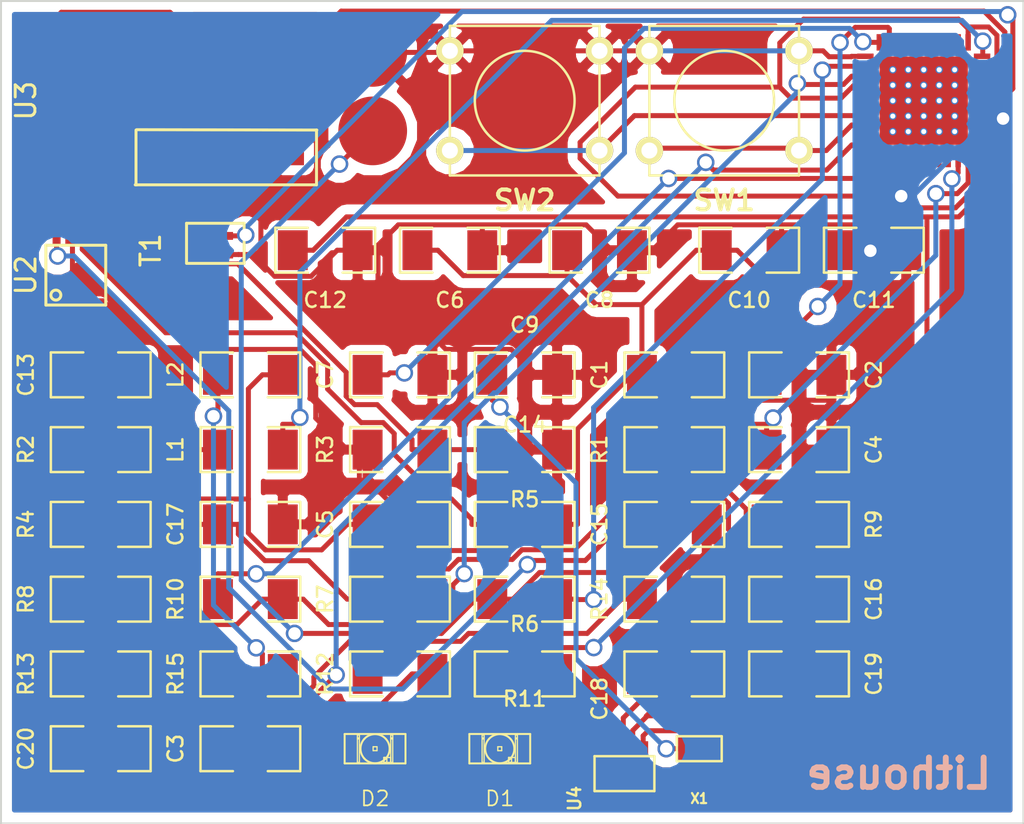
<source format=kicad_pcb>
(kicad_pcb (version 3) (host pcbnew "(2013-07-07 BZR 4022)-stable")
  (layers (15 F.Cu signal hide) (0 B.Cu signal hide) (18 B.Paste user) (19 F.Paste user) (20 B.SilkS user) (21 F.SilkS user) (22 B.Mask user) (23 F.Mask user) (28 Edge.Cuts user))
  (net 0 "")
  (net 1 3V3)
  (net 2 GND)
  (net 3 N-000001)
  (net 4 N-0000013)
  (net 5 N-0000015)
  (net 6 N-0000017)
  (net 7 N-0000029)
  (net 8 N-000003)
  (net 9 N-000004)
  (net 10 N-0000044)
  (net 11 N-0000045)
  (net 12 N-0000046)
  (net 13 N-0000049)
  (net 14 N-000005)
  (net 15 N-0000050)
  (net 16 N-0000052)
  (net 17 N-0000058)
  (net 18 N-0000059)
  (net 19 N-000006)
  (net 20 N-0000063)
  (net 21 N-0000064)
  (net 22 N-0000065)
  (net 23 N-000007)
  (net 24 N-000009)
  (net 25 P0_0)
  (net 26 P1_0/LED)
  (net 27 P1_2)
  (net 28 P1_3)
  (net 29 PA_DM)
  (net 30 PA_DP)
  (net 31 VBUS)
  (net 32 VCC)
  (net 33 VCC_EXT)
  (module SW_PUSH_SMALL (layer F.Cu) (at 214.63 144.78)
    (fp_text reference SW1 (at 0 5.08) (layer F.SilkS) (effects (font (size 1.016 1.016) (thickness 0.2032))))
    (fp_text value SW_PUSH hide)
    (pad 1 thru_hole circle (at 3.81 -2.54) (size 1.397 1.397) (drill 0.8128) (layers *.Cu *.Mask F.SilkS) (net 2 GND))
    (pad 2 thru_hole circle (at 3.81 2.54) (size 1.397 1.397) (drill 0.8128) (layers *.Cu *.Mask F.SilkS) (net 27 P1_2))
    (pad 1 thru_hole circle (at -3.81 -2.54) (size 1.397 1.397) (drill 0.8128) (layers *.Cu *.Mask F.SilkS) (net 2 GND))
    (pad 2 thru_hole circle (at -3.81 2.54) (size 1.397 1.397) (drill 0.8128) (layers *.Cu *.Mask F.SilkS) (net 27 P1_2))
  )
  (module SW_PUSH_SMALL (layer F.Cu) (at 204.47 144.78)
    (fp_text reference SW2 (at 0 5.08) (layer F.SilkS) (effects (font (size 1.016 1.016) (thickness 0.2032))))
    (fp_text value SW_PUSH hide)
    (pad 1 thru_hole circle (at 3.81 -2.54) (size 1.397 1.397) (drill 0.8128) (layers *.Cu *.Mask F.SilkS) (net 2 GND))
    (pad 2 thru_hole circle (at 3.81 2.54) (size 1.397 1.397) (drill 0.8128) (layers *.Cu *.Mask F.SilkS) (net 28 P1_3))
    (pad 1 thru_hole circle (at -3.81 -2.54) (size 1.397 1.397) (drill 0.8128) (layers *.Cu *.Mask F.SilkS) (net 2 GND))
    (pad 2 thru_hole circle (at -3.81 2.54) (size 1.397 1.397) (drill 0.8128) (layers *.Cu *.Mask F.SilkS) (net 28 P1_3))
  )
  (module SSOP8 (layer F.Cu) (at 181.61 153.67)
    (fp_text reference U2 (at -2.54 0 90) (layer F.SilkS) (effects (font (size 1.016 1.016) (thickness 0.1524))))
    (fp_text value APPLE-CP hide)
    (pad 1 smd rect (at -0.9779 2.2225) (size 0.4064 1.27) (layers F.Cu F.Paste F.Mask) (net 2 GND))
    (pad 2 smd rect (at -0.3302 2.2225) (size 0.4064 1.27) (layers F.Cu F.Paste F.Mask) (net 20 N-0000063))
    (pad 3 smd rect (at 0.3302 2.2225) (size 0.4064 1.27) (layers F.Cu F.Paste F.Mask))
    (pad 4 smd rect (at 0.9779 2.2225) (size 0.4064 1.27) (layers F.Cu F.Paste F.Mask))
    (pad 5 smd rect (at 0.9779 -2.2225) (size 0.4064 1.27) (layers F.Cu F.Paste F.Mask))
    (pad 6 smd rect (at 0.3302 -2.2225) (size 0.4064 1.27) (layers F.Cu F.Paste F.Mask) (net 17 N-0000058))
    (pad 7 smd rect (at -0.3302 -2.2225) (size 0.4064 1.27) (layers F.Cu F.Paste F.Mask) (net 2 GND))
    (pad 8 smd rect (at -0.9779 -2.2225) (size 0.4064 1.27) (layers F.Cu F.Paste F.Mask) (net 18 N-0000059))
  )
  (module SOT23-5 (layer F.Cu) (at 209.55 179.07)
    (fp_text reference U4 (at -2.54 1.27 90) (layer F.SilkS) (effects (font (size 0.635 0.635) (thickness 0.127))))
    (fp_text value TPS76933 hide)
    (pad 1 smd rect (at -0.9525 1.27) (size 0.508 0.762) (layers F.Cu F.Paste F.Mask) (net 31 VBUS))
    (pad 3 smd rect (at 0.9525 1.27) (size 0.508 0.762) (layers F.Cu F.Paste F.Mask) (net 2 GND))
    (pad 5 smd rect (at -0.9525 -1.27) (size 0.508 0.762) (layers F.Cu F.Paste F.Mask) (net 12 N-0000046))
    (pad 2 smd rect (at 0 1.27) (size 0.508 0.762) (layers F.Cu F.Paste F.Mask) (net 2 GND))
    (pad 4 smd rect (at 0.9525 -1.27) (size 0.508 0.762) (layers F.Cu F.Paste F.Mask) (net 11 N-0000045))
  )
  (module SM1206 (layer F.Cu) (at 190.5 166.37)
    (fp_text reference C17 (at -3.81 0 90) (layer F.SilkS) (effects (font (size 0.762 0.762) (thickness 0.127))))
    (fp_text value C hide)
    (pad 1 smd rect (at -1.651 0) (size 1.524 2.032) (layers F.Cu F.Paste F.Mask) (net 21 N-0000064))
    (pad 2 smd rect (at 1.651 0) (size 1.524 2.032) (layers F.Cu F.Paste F.Mask) (net 2 GND))
  )
  (module SM1206 (layer F.Cu) (at 182.88 166.37)
    (fp_text reference R4 (at -3.81 0 90) (layer F.SilkS) (effects (font (size 0.762 0.762) (thickness 0.127))))
    (fp_text value 2.2K hide)
    (pad 1 smd rect (at -1.651 0) (size 1.524 2.032) (layers F.Cu F.Paste F.Mask) (net 20 N-0000063))
    (pad 2 smd rect (at 1.651 0) (size 1.524 2.032) (layers F.Cu F.Paste F.Mask) (net 32 VCC))
  )
  (module SM1206 (layer F.Cu) (at 218.44 158.75)
    (fp_text reference C2 (at 3.81 0 90) (layer F.SilkS) (effects (font (size 0.762 0.762) (thickness 0.127))))
    (fp_text value 1U hide)
    (pad 1 smd rect (at -1.651 0) (size 1.524 2.032) (layers F.Cu F.Paste F.Mask) (net 5 N-0000015))
    (pad 2 smd rect (at 1.651 0) (size 1.524 2.032) (layers F.Cu F.Paste F.Mask) (net 2 GND))
  )
  (module SM1206 (layer F.Cu) (at 204.47 166.37)
    (fp_text reference R5 (at 0 -1.27) (layer F.SilkS) (effects (font (size 0.762 0.762) (thickness 0.127))))
    (fp_text value 2.2K hide)
    (pad 1 smd rect (at -1.651 0) (size 1.524 2.032) (layers F.Cu F.Paste F.Mask) (net 17 N-0000058))
    (pad 2 smd rect (at 1.651 0) (size 1.524 2.032) (layers F.Cu F.Paste F.Mask) (net 32 VCC))
  )
  (module SM1206 (layer F.Cu) (at 212.09 166.37)
    (fp_text reference C15 (at -3.81 0 90) (layer F.SilkS) (effects (font (size 0.762 0.762) (thickness 0.127))))
    (fp_text value 0.1U hide)
    (pad 1 smd rect (at -1.651 0) (size 1.524 2.032) (layers F.Cu F.Paste F.Mask) (net 18 N-0000059))
    (pad 2 smd rect (at 1.651 0) (size 1.524 2.032) (layers F.Cu F.Paste F.Mask) (net 2 GND))
  )
  (module SM1206 (layer F.Cu) (at 218.44 166.37)
    (fp_text reference R9 (at 3.81 0 90) (layer F.SilkS) (effects (font (size 0.762 0.762) (thickness 0.127))))
    (fp_text value 1K5 hide)
    (pad 1 smd rect (at -1.651 0) (size 1.524 2.032) (layers F.Cu F.Paste F.Mask) (net 13 N-0000049))
    (pad 2 smd rect (at 1.651 0) (size 1.524 2.032) (layers F.Cu F.Paste F.Mask) (net 22 N-0000065))
  )
  (module SM1206 (layer F.Cu) (at 182.88 170.18)
    (fp_text reference R8 (at -3.81 0 90) (layer F.SilkS) (effects (font (size 0.762 0.762) (thickness 0.127))))
    (fp_text value R hide)
    (pad 1 smd rect (at -1.651 0) (size 1.524 2.032) (layers F.Cu F.Paste F.Mask) (net 1 3V3))
    (pad 2 smd rect (at 1.651 0) (size 1.524 2.032) (layers F.Cu F.Paste F.Mask) (net 13 N-0000049))
  )
  (module SM1206 (layer F.Cu) (at 190.5 170.18)
    (fp_text reference R10 (at -3.81 0 90) (layer F.SilkS) (effects (font (size 0.762 0.762) (thickness 0.127))))
    (fp_text value 0 hide)
    (pad 1 smd rect (at -1.651 0) (size 1.524 2.032) (layers F.Cu F.Paste F.Mask) (net 26 P1_0/LED))
    (pad 2 smd rect (at 1.651 0) (size 1.524 2.032) (layers F.Cu F.Paste F.Mask) (net 13 N-0000049))
  )
  (module SM1206 (layer F.Cu) (at 198.12 170.18)
    (fp_text reference R7 (at -3.81 0 90) (layer F.SilkS) (effects (font (size 0.762 0.762) (thickness 0.127))))
    (fp_text value 33 hide)
    (pad 1 smd rect (at -1.651 0) (size 1.524 2.032) (layers F.Cu F.Paste F.Mask) (net 21 N-0000064))
    (pad 2 smd rect (at 1.651 0) (size 1.524 2.032) (layers F.Cu F.Paste F.Mask) (net 29 PA_DM))
  )
  (module SM1206 (layer F.Cu) (at 204.47 170.18)
    (fp_text reference R6 (at 0 1.27) (layer F.SilkS) (effects (font (size 0.762 0.762) (thickness 0.127))))
    (fp_text value 33 hide)
    (pad 1 smd rect (at -1.651 0) (size 1.524 2.032) (layers F.Cu F.Paste F.Mask) (net 22 N-0000065))
    (pad 2 smd rect (at 1.651 0) (size 1.524 2.032) (layers F.Cu F.Paste F.Mask) (net 30 PA_DP))
  )
  (module SM1206 (layer F.Cu) (at 212.09 170.18)
    (fp_text reference R14 (at -3.81 0 90) (layer F.SilkS) (effects (font (size 0.762 0.762) (thickness 0.127))))
    (fp_text value 2 hide)
    (pad 1 smd rect (at -1.651 0) (size 1.524 2.032) (layers F.Cu F.Paste F.Mask) (net 10 N-0000044))
    (pad 2 smd rect (at 1.651 0) (size 1.524 2.032) (layers F.Cu F.Paste F.Mask) (net 2 GND))
  )
  (module SM1206 (layer F.Cu) (at 218.44 170.18)
    (fp_text reference C16 (at 3.81 0 90) (layer F.SilkS) (effects (font (size 0.762 0.762) (thickness 0.127))))
    (fp_text value C hide)
    (pad 1 smd rect (at -1.651 0) (size 1.524 2.032) (layers F.Cu F.Paste F.Mask) (net 22 N-0000065))
    (pad 2 smd rect (at 1.651 0) (size 1.524 2.032) (layers F.Cu F.Paste F.Mask) (net 2 GND))
  )
  (module SM1206 (layer F.Cu) (at 182.88 173.99)
    (fp_text reference R13 (at -3.81 0 90) (layer F.SilkS) (effects (font (size 0.762 0.762) (thickness 0.127))))
    (fp_text value 0 hide)
    (pad 1 smd rect (at -1.651 0) (size 1.524 2.032) (layers F.Cu F.Paste F.Mask) (net 1 3V3))
    (pad 2 smd rect (at 1.651 0) (size 1.524 2.032) (layers F.Cu F.Paste F.Mask) (net 12 N-0000046))
  )
  (module SM1206 (layer F.Cu) (at 190.5 173.99)
    (fp_text reference R15 (at -3.81 0 90) (layer F.SilkS) (effects (font (size 0.762 0.762) (thickness 0.127))))
    (fp_text value R hide)
    (pad 1 smd rect (at -1.651 0) (size 1.524 2.032) (layers F.Cu F.Paste F.Mask) (net 33 VCC_EXT))
    (pad 2 smd rect (at 1.651 0) (size 1.524 2.032) (layers F.Cu F.Paste F.Mask) (net 1 3V3))
  )
  (module SM1206 (layer F.Cu) (at 198.12 173.99)
    (fp_text reference R12 (at -3.81 0 90) (layer F.SilkS) (effects (font (size 0.762 0.762) (thickness 0.127))))
    (fp_text value 270 hide)
    (pad 1 smd rect (at -1.651 0) (size 1.524 2.032) (layers F.Cu F.Paste F.Mask))
    (pad 2 smd rect (at 1.651 0) (size 1.524 2.032) (layers F.Cu F.Paste F.Mask) (net 16 N-0000052))
  )
  (module SM1206 (layer F.Cu) (at 204.47 173.99)
    (fp_text reference R11 (at 0 1.27) (layer F.SilkS) (effects (font (size 0.762 0.762) (thickness 0.127))))
    (fp_text value 270 hide)
    (pad 1 smd rect (at -1.651 0) (size 1.524 2.032) (layers F.Cu F.Paste F.Mask))
    (pad 2 smd rect (at 1.651 0) (size 1.524 2.032) (layers F.Cu F.Paste F.Mask) (net 15 N-0000050))
  )
  (module SM1206 (layer F.Cu) (at 212.09 173.99)
    (fp_text reference C18 (at -3.81 1.27 90) (layer F.SilkS) (effects (font (size 0.762 0.762) (thickness 0.127))))
    (fp_text value 1U hide)
    (pad 1 smd rect (at -1.651 0) (size 1.524 2.032) (layers F.Cu F.Paste F.Mask) (net 31 VBUS))
    (pad 2 smd rect (at 1.651 0) (size 1.524 2.032) (layers F.Cu F.Paste F.Mask) (net 2 GND))
  )
  (module SM1206 (layer F.Cu) (at 218.44 173.99)
    (fp_text reference C19 (at 3.81 0 90) (layer F.SilkS) (effects (font (size 0.762 0.762) (thickness 0.127))))
    (fp_text value C hide)
    (pad 1 smd rect (at -1.651 0) (size 1.524 2.032) (layers F.Cu F.Paste F.Mask) (net 11 N-0000045))
    (pad 2 smd rect (at 1.651 0) (size 1.524 2.032) (layers F.Cu F.Paste F.Mask) (net 2 GND))
  )
  (module SM1206 (layer F.Cu) (at 182.88 177.8)
    (fp_text reference C20 (at -3.81 0 90) (layer F.SilkS) (effects (font (size 0.762 0.762) (thickness 0.127))))
    (fp_text value 4U7 hide)
    (pad 1 smd rect (at -1.651 0) (size 1.524 2.032) (layers F.Cu F.Paste F.Mask) (net 12 N-0000046))
    (pad 2 smd rect (at 1.651 0) (size 1.524 2.032) (layers F.Cu F.Paste F.Mask) (net 10 N-0000044))
  )
  (module SM1206 (layer F.Cu) (at 190.5 177.8)
    (fp_text reference C3 (at -3.81 0 90) (layer F.SilkS) (effects (font (size 0.762 0.762) (thickness 0.127))))
    (fp_text value 100N hide)
    (pad 1 smd rect (at -1.651 0) (size 1.524 2.032) (layers F.Cu F.Paste F.Mask) (net 7 N-0000029))
    (pad 2 smd rect (at 1.651 0) (size 1.524 2.032) (layers F.Cu F.Paste F.Mask) (net 2 GND))
  )
  (module SM1206 (layer F.Cu) (at 198.12 166.37)
    (fp_text reference C5 (at -3.81 0 90) (layer F.SilkS) (effects (font (size 0.762 0.762) (thickness 0.127))))
    (fp_text value 100N hide)
    (pad 1 smd rect (at -1.651 0) (size 1.524 2.032) (layers F.Cu F.Paste F.Mask) (net 32 VCC))
    (pad 2 smd rect (at 1.651 0) (size 1.524 2.032) (layers F.Cu F.Paste F.Mask) (net 2 GND))
  )
  (module SM1206 (layer F.Cu) (at 200.66 152.4)
    (fp_text reference C6 (at 0 2.54) (layer F.SilkS) (effects (font (size 0.762 0.762) (thickness 0.127))))
    (fp_text value 100N hide)
    (pad 1 smd rect (at -1.651 0) (size 1.524 2.032) (layers F.Cu F.Paste F.Mask) (net 32 VCC))
    (pad 2 smd rect (at 1.651 0) (size 1.524 2.032) (layers F.Cu F.Paste F.Mask) (net 2 GND))
  )
  (module SM1206 (layer F.Cu) (at 208.28 152.4)
    (fp_text reference C8 (at 0 2.54) (layer F.SilkS) (effects (font (size 0.762 0.762) (thickness 0.127))))
    (fp_text value 100N hide)
    (pad 1 smd rect (at -1.651 0) (size 1.524 2.032) (layers F.Cu F.Paste F.Mask) (net 32 VCC))
    (pad 2 smd rect (at 1.651 0) (size 1.524 2.032) (layers F.Cu F.Paste F.Mask) (net 2 GND))
  )
  (module SM1206 (layer F.Cu) (at 215.9 152.4)
    (fp_text reference C10 (at 0 2.54) (layer F.SilkS) (effects (font (size 0.762 0.762) (thickness 0.127))))
    (fp_text value 220P hide)
    (pad 1 smd rect (at -1.651 0) (size 1.524 2.032) (layers F.Cu F.Paste F.Mask) (net 32 VCC))
    (pad 2 smd rect (at 1.651 0) (size 1.524 2.032) (layers F.Cu F.Paste F.Mask) (net 2 GND))
  )
  (module SM1206 (layer F.Cu) (at 222.25 152.4)
    (fp_text reference C11 (at 0 2.54) (layer F.SilkS) (effects (font (size 0.762 0.762) (thickness 0.127))))
    (fp_text value 100N hide)
    (pad 1 smd rect (at -1.651 0) (size 1.524 2.032) (layers F.Cu F.Paste F.Mask) (net 32 VCC))
    (pad 2 smd rect (at 1.651 0) (size 1.524 2.032) (layers F.Cu F.Paste F.Mask) (net 2 GND))
  )
  (module SM1206 (layer F.Cu) (at 182.88 158.75)
    (fp_text reference C13 (at -3.81 0 90) (layer F.SilkS) (effects (font (size 0.762 0.762) (thickness 0.127))))
    (fp_text value 2U hide)
    (pad 1 smd rect (at -1.651 0) (size 1.524 2.032) (layers F.Cu F.Paste F.Mask) (net 32 VCC))
    (pad 2 smd rect (at 1.651 0) (size 1.524 2.032) (layers F.Cu F.Paste F.Mask) (net 2 GND))
  )
  (module SM1206 (layer F.Cu) (at 190.5 158.75)
    (fp_text reference L2 (at -3.81 0 90) (layer F.SilkS) (effects (font (size 0.762 0.762) (thickness 0.127))))
    (fp_text value INDUCTOR hide)
    (pad 1 smd rect (at -1.651 0) (size 1.524 2.032) (layers F.Cu F.Paste F.Mask) (net 1 3V3))
    (pad 2 smd rect (at 1.651 0) (size 1.524 2.032) (layers F.Cu F.Paste F.Mask) (net 32 VCC))
  )
  (module SM1206 (layer F.Cu) (at 198.12 158.75)
    (fp_text reference C7 (at -3.81 0 90) (layer F.SilkS) (effects (font (size 0.762 0.762) (thickness 0.127))))
    (fp_text value 1U hide)
    (pad 1 smd rect (at -1.651 0) (size 1.524 2.032) (layers F.Cu F.Paste F.Mask) (net 19 N-000006))
    (pad 2 smd rect (at 1.651 0) (size 1.524 2.032) (layers F.Cu F.Paste F.Mask) (net 2 GND))
  )
  (module SM1206 (layer F.Cu) (at 204.47 158.75)
    (fp_text reference C9 (at 0 -2.54) (layer F.SilkS) (effects (font (size 0.762 0.762) (thickness 0.127))))
    (fp_text value 27P hide)
    (pad 1 smd rect (at -1.651 0) (size 1.524 2.032) (layers F.Cu F.Paste F.Mask) (net 23 N-000007))
    (pad 2 smd rect (at 1.651 0) (size 1.524 2.032) (layers F.Cu F.Paste F.Mask) (net 2 GND))
  )
  (module SM1206 (layer F.Cu) (at 212.09 158.75)
    (fp_text reference C1 (at -3.81 0 90) (layer F.SilkS) (effects (font (size 0.762 0.762) (thickness 0.127))))
    (fp_text value 10P hide)
    (pad 1 smd rect (at -1.651 0) (size 1.524 2.032) (layers F.Cu F.Paste F.Mask) (net 32 VCC))
    (pad 2 smd rect (at 1.651 0) (size 1.524 2.032) (layers F.Cu F.Paste F.Mask) (net 2 GND))
  )
  (module SM1206 (layer F.Cu) (at 194.31 152.4)
    (fp_text reference C12 (at 0 2.54) (layer F.SilkS) (effects (font (size 0.762 0.762) (thickness 0.127))))
    (fp_text value 27P hide)
    (pad 1 smd rect (at -1.651 0) (size 1.524 2.032) (layers F.Cu F.Paste F.Mask) (net 4 N-0000013))
    (pad 2 smd rect (at 1.651 0) (size 1.524 2.032) (layers F.Cu F.Paste F.Mask) (net 2 GND))
  )
  (module SM1206 (layer F.Cu) (at 182.88 162.56)
    (fp_text reference R2 (at -3.81 0 90) (layer F.SilkS) (effects (font (size 0.762 0.762) (thickness 0.127))))
    (fp_text value 56K hide)
    (pad 1 smd rect (at -1.651 0) (size 1.524 2.032) (layers F.Cu F.Paste F.Mask) (net 9 N-000004))
    (pad 2 smd rect (at 1.651 0) (size 1.524 2.032) (layers F.Cu F.Paste F.Mask) (net 2 GND))
  )
  (module SM1206 (layer F.Cu) (at 190.5 162.56)
    (fp_text reference L1 (at -3.81 0 90) (layer F.SilkS) (effects (font (size 0.762 0.762) (thickness 0.127))))
    (fp_text value 6N8 hide)
    (pad 1 smd rect (at -1.651 0) (size 1.524 2.032) (layers F.Cu F.Paste F.Mask) (net 9 N-000004))
    (pad 2 smd rect (at 1.651 0) (size 1.524 2.032) (layers F.Cu F.Paste F.Mask) (net 14 N-000005))
  )
  (module SM1206 (layer F.Cu) (at 198.12 162.56)
    (fp_text reference R3 (at -3.81 0 90) (layer F.SilkS) (effects (font (size 0.762 0.762) (thickness 0.127))))
    (fp_text value 0 hide)
    (pad 1 smd rect (at -1.651 0) (size 1.524 2.032) (layers F.Cu F.Paste F.Mask) (net 2 GND))
    (pad 2 smd rect (at 1.651 0) (size 1.524 2.032) (layers F.Cu F.Paste F.Mask) (net 24 N-000009))
  )
  (module SM1206 (layer F.Cu) (at 204.47 162.56)
    (fp_text reference C14 (at 0 -1.27) (layer F.SilkS) (effects (font (size 0.762 0.762) (thickness 0.127))))
    (fp_text value C hide)
    (pad 1 smd rect (at -1.651 0) (size 1.524 2.032) (layers F.Cu F.Paste F.Mask) (net 24 N-000009))
    (pad 2 smd rect (at 1.651 0) (size 1.524 2.032) (layers F.Cu F.Paste F.Mask) (net 2 GND))
  )
  (module SM1206 (layer F.Cu) (at 212.09 162.56)
    (fp_text reference R1 (at -3.81 0 90) (layer F.SilkS) (effects (font (size 0.762 0.762) (thickness 0.127))))
    (fp_text value 2K2 hide)
    (pad 1 smd rect (at -1.651 0) (size 1.524 2.032) (layers F.Cu F.Paste F.Mask) (net 6 N-0000017))
    (pad 2 smd rect (at 1.651 0) (size 1.524 2.032) (layers F.Cu F.Paste F.Mask))
  )
  (module SM1206 (layer F.Cu) (at 218.44 162.56)
    (fp_text reference C4 (at 3.81 0 90) (layer F.SilkS) (effects (font (size 0.762 0.762) (thickness 0.127))))
    (fp_text value 1N hide)
    (pad 1 smd rect (at -1.651 0) (size 1.524 2.032) (layers F.Cu F.Paste F.Mask) (net 6 N-0000017))
    (pad 2 smd rect (at 1.651 0) (size 1.524 2.032) (layers F.Cu F.Paste F.Mask) (net 2 GND))
  )
  (module SM0603 (layer F.Cu) (at 213.36 177.8)
    (fp_text reference X1 (at 0 2.54) (layer F.SilkS) (effects (font (size 0.508 0.4572) (thickness 0.1143))))
    (fp_text value CRYSTAL hide)
    (pad 1 smd rect (at -0.762 0) (size 0.635 1.143) (layers F.Cu F.Paste F.Mask) (net 23 N-000007))
    (pad 2 smd rect (at 0.762 0) (size 0.635 1.143) (layers F.Cu F.Paste F.Mask) (net 4 N-0000013))
  )
  (module RHA40_4P5X4P5 (layer F.Cu) (at 224.79 144.78)
    (fp_text reference U1)
    (fp_text value CC2531 hide)
    (pad V_3 thru_hole oval (at -1.5748 1.5748) (size 0.381 0.381) (drill 0.254) (layers *.Cu *.Mask))
    (pad V_2 thru_hole oval (at -1.5748 0.7874) (size 0.381 0.381) (drill 0.254) (layers *.Cu *.Mask))
    (pad V_4 thru_hole oval (at -1.5748 0) (size 0.381 0.381) (drill 0.254) (layers *.Cu *.Mask))
    (pad V_5 thru_hole oval (at -1.5748 -0.7874) (size 0.381 0.381) (drill 0.254) (layers *.Cu *.Mask))
    (pad V_6 thru_hole oval (at -1.5748 -1.5748) (size 0.381 0.381) (drill 0.254) (layers *.Cu *.Mask))
    (pad V_7 thru_hole oval (at -0.7874 1.5748) (size 0.381 0.381) (drill 0.254) (layers *.Cu *.Mask))
    (pad V_8 thru_hole oval (at -0.7874 0.7874) (size 0.381 0.381) (drill 0.254) (layers *.Cu *.Mask))
    (pad V_9 thru_hole oval (at -0.7874 0) (size 0.381 0.381) (drill 0.254) (layers *.Cu *.Mask))
    (pad V_10 thru_hole oval (at -0.7874 -0.7874) (size 0.381 0.381) (drill 0.254) (layers *.Cu *.Mask))
    (pad V_11 thru_hole oval (at -0.7874 -1.5748) (size 0.381 0.381) (drill 0.254) (layers *.Cu *.Mask))
    (pad V_12 thru_hole oval (at 0 1.5748) (size 0.381 0.381) (drill 0.254) (layers *.Cu *.Mask))
    (pad V_13 thru_hole oval (at 0 0.7874) (size 0.381 0.381) (drill 0.254) (layers *.Cu *.Mask))
    (pad V_14 thru_hole oval (at 0 0) (size 0.381 0.381) (drill 0.254) (layers *.Cu *.Mask))
    (pad V_15 thru_hole oval (at 0 -0.7874) (size 0.381 0.381) (drill 0.254) (layers *.Cu *.Mask))
    (pad V_16 thru_hole oval (at 0 -1.5748) (size 0.381 0.381) (drill 0.254) (layers *.Cu *.Mask))
    (pad V_17 thru_hole oval (at 0.7874 1.5748) (size 0.381 0.381) (drill 0.254) (layers *.Cu *.Mask))
    (pad V_18 thru_hole oval (at 0.7874 0.7874) (size 0.381 0.381) (drill 0.254) (layers *.Cu *.Mask))
    (pad V_19 thru_hole oval (at 0.7874 0) (size 0.381 0.381) (drill 0.254) (layers *.Cu *.Mask))
    (pad V_20 thru_hole oval (at 0.7874 -0.7874) (size 0.381 0.381) (drill 0.254) (layers *.Cu *.Mask))
    (pad V_21 thru_hole oval (at 0.7874 -1.5748) (size 0.381 0.381) (drill 0.254) (layers *.Cu *.Mask))
    (pad V_22 thru_hole oval (at 1.5748 1.5748) (size 0.381 0.381) (drill 0.254) (layers *.Cu *.Mask))
    (pad V_23 thru_hole oval (at 1.5748 0.7874) (size 0.381 0.381) (drill 0.254) (layers *.Cu *.Mask))
    (pad V_24 thru_hole oval (at 1.5748 0) (size 0.381 0.381) (drill 0.254) (layers *.Cu *.Mask))
    (pad V_25 thru_hole oval (at 1.5748 -0.7874) (size 0.381 0.381) (drill 0.254) (layers *.Cu *.Mask))
    (pad V thru_hole oval (at 1.5748 -1.5748) (size 0.381 0.381) (drill 0.254) (layers *.Cu *.Mask))
    (pad 1 smd rect (at -2.9718 -2.2606 270) (size 0.2794 0.8382) (layers F.Cu F.Paste F.Mask) (net 2 GND))
    (pad 2 smd rect (at -2.9718 -1.7526 270) (size 0.2794 0.8382) (layers F.Cu F.Paste F.Mask) (net 30 PA_DP))
    (pad 3 smd rect (at -2.9718 -1.2446 270) (size 0.2794 0.8382) (layers F.Cu F.Paste F.Mask) (net 29 PA_DM))
    (pad 4 smd rect (at -2.9718 -0.762 270) (size 0.2794 0.8382) (layers F.Cu F.Paste F.Mask) (net 32 VCC))
    (pad 5 smd rect (at -2.9718 -0.254 270) (size 0.2794 0.8382) (layers F.Cu F.Paste F.Mask))
    (pad 6 smd rect (at -2.9718 0.254 270) (size 0.2794 0.8382) (layers F.Cu F.Paste F.Mask))
    (pad 7 smd rect (at -2.9718 0.762 270) (size 0.2794 0.8382) (layers F.Cu F.Paste F.Mask) (net 28 P1_3))
    (pad 8 smd rect (at -2.9718 1.2446 270) (size 0.2794 0.8382) (layers F.Cu F.Paste F.Mask) (net 27 P1_2))
    (pad 9 smd rect (at -2.9718 1.7526 270) (size 0.2794 0.8382) (layers F.Cu F.Paste F.Mask))
    (pad 10 smd rect (at -2.9718 2.2606 270) (size 0.2794 0.8382) (layers F.Cu F.Paste F.Mask) (net 7 N-0000029))
    (pad 11 smd rect (at -2.2606 2.9718 180) (size 0.2794 0.8382) (layers F.Cu F.Paste F.Mask) (net 26 P1_0/LED))
    (pad 12 smd rect (at -1.7526 2.9718 180) (size 0.2794 0.8382) (layers F.Cu F.Paste F.Mask))
    (pad 13 smd rect (at -1.2446 2.9718 180) (size 0.2794 0.8382) (layers F.Cu F.Paste F.Mask))
    (pad 14 smd rect (at -0.762 2.9718 180) (size 0.2794 0.8382) (layers F.Cu F.Paste F.Mask))
    (pad 15 smd rect (at -0.254 2.9718 180) (size 0.2794 0.8382) (layers F.Cu F.Paste F.Mask))
    (pad 16 smd rect (at 0.254 2.9718 180) (size 0.2794 0.8382) (layers F.Cu F.Paste F.Mask))
    (pad 17 smd rect (at 0.762 2.9718 180) (size 0.2794 0.8382) (layers F.Cu F.Paste F.Mask))
    (pad 18 smd rect (at 1.2446 2.9718 180) (size 0.2794 0.8382) (layers F.Cu F.Paste F.Mask))
    (pad 19 smd rect (at 1.7526 2.9718 180) (size 0.2794 0.8382) (layers F.Cu F.Paste F.Mask) (net 25 P0_0))
    (pad 20 smd rect (at 2.2606 2.9718 180) (size 0.2794 0.8382) (layers F.Cu F.Paste F.Mask) (net 6 N-0000017))
    (pad 21 smd rect (at 2.9718 2.2606 270) (size 0.2794 0.8382) (layers F.Cu F.Paste F.Mask) (net 32 VCC))
    (pad 22 smd rect (at 2.9718 1.7526 270) (size 0.2794 0.8382) (layers F.Cu F.Paste F.Mask) (net 4 N-0000013))
    (pad 23 smd rect (at 2.9718 1.2446 270) (size 0.2794 0.8382) (layers F.Cu F.Paste F.Mask))
    (pad 24 smd rect (at 2.9718 0.762 270) (size 0.2794 0.8382) (layers F.Cu F.Paste F.Mask) (net 32 VCC))
    (pad 25 smd rect (at 2.9718 0.254 270) (size 0.2794 0.8382) (layers F.Cu F.Paste F.Mask) (net 8 N-000003))
    (pad 26 smd rect (at 2.9718 -0.254 270) (size 0.2794 0.8382) (layers F.Cu F.Paste F.Mask) (net 3 N-000001))
    (pad 27 smd rect (at 2.9718 -0.762 270) (size 0.2794 0.8382) (layers F.Cu F.Paste F.Mask) (net 32 VCC))
    (pad 28 smd rect (at 2.9718 -1.2446 270) (size 0.2794 0.8382) (layers F.Cu F.Paste F.Mask) (net 32 VCC))
    (pad 29 smd rect (at 2.9718 -1.7526 270) (size 0.2794 0.8382) (layers F.Cu F.Paste F.Mask) (net 32 VCC))
    (pad 30 smd rect (at 2.9718 -2.2606 270) (size 0.2794 0.8382) (layers F.Cu F.Paste F.Mask) (net 14 N-000005))
    (pad 31 smd rect (at 2.2606 -2.9718 180) (size 0.2794 0.8382) (layers F.Cu F.Paste F.Mask) (net 32 VCC))
    (pad 32 smd rect (at 1.7526 -2.9718 180) (size 0.2794 0.8382) (layers F.Cu F.Paste F.Mask))
    (pad 33 smd rect (at 1.2446 -2.9718 180) (size 0.2794 0.8382) (layers F.Cu F.Paste F.Mask))
    (pad 34 smd rect (at 0.762 -2.9718 180) (size 0.2794 0.8382) (layers F.Cu F.Paste F.Mask))
    (pad 35 smd rect (at 0.254 -2.9718 180) (size 0.2794 0.8382) (layers F.Cu F.Paste F.Mask))
    (pad 36 smd rect (at -0.254 -2.9718 180) (size 0.2794 0.8382) (layers F.Cu F.Paste F.Mask))
    (pad 37 smd rect (at -0.762 -2.9718 180) (size 0.2794 0.8382) (layers F.Cu F.Paste F.Mask))
    (pad 38 smd rect (at -1.2446 -2.9718 180) (size 0.2794 0.8382) (layers F.Cu F.Paste F.Mask))
    (pad 39 smd rect (at -1.7526 -2.9718 180) (size 0.2794 0.8382) (layers F.Cu F.Paste F.Mask) (net 5 N-0000015))
    (pad 40 smd rect (at -2.2606 -2.9718 180) (size 0.2794 0.8382) (layers F.Cu F.Paste F.Mask) (net 19 N-000006))
    (pad 41 smd rect (at 0 0) (size 4.4958 4.4958) (layers F.Cu F.Paste F.Mask))
  )
  (module Lightning-C11-B (layer F.Cu) (at 189.23 147.32)
    (fp_text reference U3 (at -10.16 -2.54 90) (layer F.SilkS))
    (fp_text value APPLE-LIGHTNING-C10/C11 hide)
    (pad 1 smd circle (at 7.5 -5) (size 3.5 3.5) (layers F.Cu F.Paste F.Mask) (net 2 GND))
    (pad 2 smd circle (at 7.5 -1) (size 3.5 3.5) (layers F.Cu F.Paste F.Mask) (net 22 N-0000065))
    (pad 3 smd circle (at -7.5 -5) (size 3.5 3.5) (layers F.Cu F.Paste F.Mask) (net 21 N-0000064))
    (pad 4 smd circle (at -7.5 -1) (size 3.5 3.5) (layers F.Cu F.Paste F.Mask) (net 33 VCC_EXT))
    (pad 5 smd rect (at 0 -5) (size 1 1) (layers F.Cu F.Paste F.Mask) (net 31 VBUS))
    (pad 8 smd rect (at 0 0.25) (size 1 1) (layers F.Cu F.Paste F.Mask))
    (pad 9 smd rect (at 1.5 0.25) (size 1 1) (layers F.Cu F.Paste F.Mask) (net 2 GND))
    (pad 10 smd rect (at 3.5 0.25) (size 1 1) (layers F.Cu F.Paste F.Mask))
    (pad 7 smd rect (at -1.8 0.25) (size 1 1) (layers F.Cu F.Paste F.Mask))
    (pad 6 smd rect (at -3.39 0.25) (size 1 1) (layers F.Cu F.Paste F.Mask))
  )
  (module LED-1206 (layer F.Cu) (at 196.85 177.8)
    (fp_text reference D2 (at 0 2.54) (layer F.SilkS) (effects (font (size 0.762 0.762) (thickness 0.0889))))
    (fp_text value LED hide)
    (pad 1 smd rect (at -1.41986 0) (size 1.59766 1.80086) (layers F.Cu F.Paste F.Mask) (net 16 N-0000052))
    (pad 2 smd rect (at 1.41986 0) (size 1.59766 1.80086) (layers F.Cu F.Paste F.Mask) (net 25 P0_0))
  )
  (module LED-1206 (layer F.Cu) (at 203.2 177.8)
    (fp_text reference D1 (at 0 2.54) (layer F.SilkS) (effects (font (size 0.762 0.762) (thickness 0.0889))))
    (fp_text value LED hide)
    (pad 1 smd rect (at -1.41986 0) (size 1.59766 1.80086) (layers F.Cu F.Paste F.Mask) (net 15 N-0000050))
    (pad 2 smd rect (at 1.41986 0) (size 1.59766 1.80086) (layers F.Cu F.Paste F.Mask) (net 2 GND))
  )
  (module JTI_2450BM15A0002 (layer F.Cu) (at 185.42 153.67)
    (fp_text reference T1 (at 0 -1.27 90) (layer F.SilkS))
    (fp_text value BALUN hide)
    (pad 1 smd rect (at 4 -2) (size 0.4 0.4) (layers F.Cu F.Paste F.Mask) (net 8 N-000003))
    (pad 2 smd rect (at 3.3 -2) (size 0.4 0.4) (layers F.Cu F.Paste F.Mask) (net 3 N-000001))
    (pad 3 smd rect (at 2.6 -2) (size 0.4 0.4) (layers F.Cu F.Paste F.Mask) (net 2 GND))
    (pad 4 smd rect (at 2.6 -1.05) (size 0.4 0.4) (layers F.Cu F.Paste F.Mask) (net 24 N-000009))
    (pad 5 smd rect (at 3.3 -1.05) (size 0.4 0.4) (layers F.Cu F.Paste F.Mask) (net 2 GND))
    (pad 6 smd rect (at 4 -1.05) (size 0.4 0.4) (layers F.Cu F.Paste F.Mask) (net 2 GND))
  )
  (gr_text Lithouse (at 223.52 179.07) (layer B.SilkS) (effects (font (size 1.5 1.5) (thickness 0.3)) (justify mirror)))
  (gr_line (start 177.8 181.61) (end 177.8 139.7) (angle 90) (layer Edge.Cuts) (width 0.1))
  (gr_line (start 229.87 181.61) (end 177.8 181.61) (angle 90) (layer Edge.Cuts) (width 0.1))
  (gr_line (start 229.87 139.7) (end 229.87 181.61) (angle 90) (layer Edge.Cuts) (width 0.1))
  (gr_line (start 177.8 139.7) (end 229.87 139.7) (angle 90) (layer Edge.Cuts) (width 0.1))
  (via (at 188.6206 160.8571) (size 0.889) (layers F.Cu B.Cu) (net 1))
  (via (at 190.7956 172.6584) (size 0.889) (layers F.Cu B.Cu) (net 1))
  (segment (start 192.151 173.99) (end 191.1119 173.99) (width 0.254) (layer F.Cu) (net 1))
  (segment (start 188.849 158.75) (end 188.849 160.0431) (width 0.254) (layer F.Cu) (net 1))
  (segment (start 181.229 173.99) (end 182.2681 173.99) (width 0.254) (layer F.Cu) (net 1))
  (segment (start 191.1119 172.9747) (end 191.1119 173.99) (width 0.254) (layer F.Cu) (net 1))
  (segment (start 190.7956 172.6584) (end 191.1119 172.9747) (width 0.254) (layer F.Cu) (net 1))
  (segment (start 181.229 170.18) (end 181.229 171.4731) (width 0.254) (layer F.Cu) (net 1))
  (segment (start 182.9579 173.2019) (end 181.229 171.4731) (width 0.254) (layer F.Cu) (net 1))
  (segment (start 183.4994 172.6604) (end 182.9579 173.2019) (width 0.254) (layer F.Cu) (net 1))
  (segment (start 185.4454 172.6604) (end 183.4994 172.6604) (width 0.254) (layer F.Cu) (net 1))
  (segment (start 185.6957 172.9107) (end 185.4454 172.6604) (width 0.254) (layer F.Cu) (net 1))
  (segment (start 185.6957 173.0504) (end 185.6957 172.9107) (width 0.254) (layer F.Cu) (net 1))
  (segment (start 187.9285 175.2832) (end 185.6957 173.0504) (width 0.254) (layer F.Cu) (net 1))
  (segment (start 189.8187 175.2832) (end 187.9285 175.2832) (width 0.254) (layer F.Cu) (net 1))
  (segment (start 191.1119 173.99) (end 189.8187 175.2832) (width 0.254) (layer F.Cu) (net 1))
  (segment (start 182.2681 173.8917) (end 182.2681 173.99) (width 0.254) (layer F.Cu) (net 1))
  (segment (start 182.9579 173.2019) (end 182.2681 173.8917) (width 0.254) (layer F.Cu) (net 1))
  (segment (start 188.849 160.6287) (end 188.6206 160.8571) (width 0.254) (layer F.Cu) (net 1))
  (segment (start 188.849 160.0431) (end 188.849 160.6287) (width 0.254) (layer F.Cu) (net 1))
  (segment (start 188.6206 170.4834) (end 190.7956 172.6584) (width 0.254) (layer B.Cu) (net 1))
  (segment (start 188.6206 160.8571) (end 188.6206 170.4834) (width 0.254) (layer B.Cu) (net 1))
  (segment (start 184.531 162.56) (end 184.531 158.75) (width 0.254) (layer F.Cu) (net 2))
  (segment (start 184.531 158.75) (end 183.4919 158.75) (width 0.254) (layer F.Cu) (net 2))
  (segment (start 203.544 178.2035) (end 203.544 177.8) (width 0.254) (layer F.Cu) (net 2))
  (segment (start 202.7699 178.9776) (end 203.544 178.2035) (width 0.254) (layer F.Cu) (net 2))
  (segment (start 194.3677 178.9776) (end 202.7699 178.9776) (width 0.254) (layer F.Cu) (net 2))
  (segment (start 193.1901 177.8) (end 194.3677 178.9776) (width 0.254) (layer F.Cu) (net 2))
  (segment (start 192.151 177.8) (end 193.1901 177.8) (width 0.254) (layer F.Cu) (net 2))
  (segment (start 208.28 142.24) (end 210.82 142.24) (width 0.254) (layer F.Cu) (net 2))
  (segment (start 204.4295 177.8) (end 203.544 177.8) (width 0.254) (layer F.Cu) (net 2))
  (segment (start 184.531 158.75) (end 185.5701 158.75) (width 0.254) (layer F.Cu) (net 2))
  (segment (start 213.741 166.37) (end 213.741 167.6631) (width 0.254) (layer F.Cu) (net 2))
  (segment (start 213.741 170.18) (end 213.741 167.6631) (width 0.254) (layer F.Cu) (net 2))
  (segment (start 190.73 147.57) (end 190.73 148.3471) (width 0.254) (layer F.Cu) (net 2))
  (segment (start 190.73 147.57) (end 191.5071 147.57) (width 0.254) (layer F.Cu) (net 2))
  (segment (start 209.55 179.6819) (end 210.5025 179.6819) (width 0.254) (layer F.Cu) (net 2))
  (segment (start 209.55 180.34) (end 209.55 179.6819) (width 0.254) (layer F.Cu) (net 2))
  (segment (start 210.5025 180.34) (end 210.5025 179.6819) (width 0.254) (layer F.Cu) (net 2))
  (segment (start 204.4295 177.8) (end 204.6199 177.8) (width 0.254) (layer F.Cu) (net 2))
  (segment (start 204.6199 177.8) (end 205.6958 177.8) (width 0.254) (layer F.Cu) (net 2))
  (segment (start 213.741 173.99) (end 214.7801 173.99) (width 0.254) (layer F.Cu) (net 2))
  (segment (start 213.741 173.99) (end 212.7019 173.99) (width 0.254) (layer F.Cu) (net 2))
  (segment (start 212.1243 173.99) (end 212.7019 173.99) (width 0.254) (layer F.Cu) (net 2))
  (segment (start 209.9713 179.1507) (end 210.5025 179.6819) (width 0.254) (layer F.Cu) (net 2))
  (segment (start 209.9713 176.8712) (end 209.9713 179.1507) (width 0.254) (layer F.Cu) (net 2))
  (segment (start 212.1243 174.7182) (end 209.9713 176.8712) (width 0.254) (layer F.Cu) (net 2))
  (segment (start 212.1243 173.99) (end 212.1243 174.7182) (width 0.254) (layer F.Cu) (net 2))
  (segment (start 213.741 170.18) (end 213.741 171.4731) (width 0.254) (layer F.Cu) (net 2))
  (segment (start 221.8182 142.5194) (end 221.122 142.5194) (width 0.254) (layer F.Cu) (net 2))
  (segment (start 189.42 152.62) (end 188.72 152.62) (width 0.254) (layer F.Cu) (net 2))
  (segment (start 212.1243 173.5054) (end 212.1243 173.99) (width 0.254) (layer F.Cu) (net 2))
  (segment (start 211.3157 172.6968) (end 212.1243 173.5054) (width 0.254) (layer F.Cu) (net 2))
  (segment (start 209.4962 172.6968) (end 211.3157 172.6968) (width 0.254) (layer F.Cu) (net 2))
  (segment (start 208.7053 173.4877) (end 209.4962 172.6968) (width 0.254) (layer F.Cu) (net 2))
  (segment (start 208.7053 174.7905) (end 208.7053 173.4877) (width 0.254) (layer F.Cu) (net 2))
  (segment (start 205.6958 177.8) (end 208.7053 174.7905) (width 0.254) (layer F.Cu) (net 2))
  (segment (start 220.091 173.99) (end 220.091 172.7979) (width 0.254) (layer F.Cu) (net 2))
  (segment (start 214.7801 172.5122) (end 214.7801 172.6969) (width 0.254) (layer F.Cu) (net 2))
  (segment (start 213.741 171.4731) (end 214.7801 172.5122) (width 0.254) (layer F.Cu) (net 2))
  (segment (start 214.7801 172.6969) (end 214.7801 173.99) (width 0.254) (layer F.Cu) (net 2))
  (segment (start 210.82 142.24) (end 218.44 142.24) (width 0.254) (layer B.Cu) (net 2))
  (segment (start 189.42 152.62) (end 189.8971 152.62) (width 0.254) (layer F.Cu) (net 2))
  (segment (start 180.6321 155.8925) (end 180.6321 154.9804) (width 0.254) (layer F.Cu) (net 2))
  (segment (start 181.4398 151.6075) (end 181.2798 151.4475) (width 0.254) (layer F.Cu) (net 2))
  (segment (start 181.4398 154.9804) (end 181.4398 151.6075) (width 0.254) (layer F.Cu) (net 2))
  (segment (start 182.9963 154.9804) (end 181.4398 154.9804) (width 0.254) (layer F.Cu) (net 2))
  (segment (start 183.4919 155.476) (end 182.9963 154.9804) (width 0.254) (layer F.Cu) (net 2))
  (segment (start 183.4919 158.75) (end 183.4919 155.476) (width 0.254) (layer F.Cu) (net 2))
  (segment (start 181.4398 154.9804) (end 180.6321 154.9804) (width 0.254) (layer F.Cu) (net 2))
  (segment (start 188.02 151.8095) (end 188.02 151.67) (width 0.254) (layer F.Cu) (net 2))
  (segment (start 188.72 152.5095) (end 188.02 151.8095) (width 0.254) (layer F.Cu) (net 2))
  (segment (start 188.72 152.62) (end 188.72 152.5095) (width 0.254) (layer F.Cu) (net 2))
  (segment (start 186.4083 150.5354) (end 181.2798 150.5354) (width 0.254) (layer F.Cu) (net 2))
  (segment (start 187.5429 151.67) (end 186.4083 150.5354) (width 0.254) (layer F.Cu) (net 2))
  (segment (start 188.02 151.67) (end 187.5429 151.67) (width 0.254) (layer F.Cu) (net 2))
  (segment (start 181.2798 151.4475) (end 181.2798 150.5354) (width 0.254) (layer F.Cu) (net 2))
  (segment (start 217.551 152.4) (end 217.551 151.1069) (width 0.254) (layer F.Cu) (net 2))
  (segment (start 220.091 158.9145) (end 220.091 158.8769) (width 0.254) (layer F.Cu) (net 2))
  (segment (start 223.901 152.4) (end 222.8619 152.4) (width 0.254) (layer F.Cu) (net 2))
  (segment (start 220.091 158.9145) (end 220.091 159.942) (width 0.254) (layer F.Cu) (net 2))
  (segment (start 213.741 158.75) (end 214.7801 158.75) (width 0.254) (layer F.Cu) (net 2))
  (segment (start 220.091 158.8134) (end 220.091 158.8769) (width 0.254) (layer F.Cu) (net 2))
  (segment (start 220.091 158.8134) (end 220.091 158.75) (width 0.254) (layer F.Cu) (net 2))
  (segment (start 222.8619 157.0182) (end 222.8619 152.4) (width 0.254) (layer F.Cu) (net 2))
  (segment (start 221.1301 158.75) (end 222.8619 157.0182) (width 0.254) (layer F.Cu) (net 2))
  (segment (start 220.091 158.75) (end 221.1301 158.75) (width 0.254) (layer F.Cu) (net 2))
  (segment (start 221.8286 151.1069) (end 217.551 151.1069) (width 0.254) (layer F.Cu) (net 2))
  (segment (start 222.8619 152.1402) (end 221.8286 151.1069) (width 0.254) (layer F.Cu) (net 2))
  (segment (start 222.8619 152.4) (end 222.8619 152.1402) (width 0.254) (layer F.Cu) (net 2))
  (segment (start 212.2632 151.1069) (end 210.9701 152.4) (width 0.254) (layer F.Cu) (net 2))
  (segment (start 217.551 151.1069) (end 212.2632 151.1069) (width 0.254) (layer F.Cu) (net 2))
  (segment (start 195.961 152.4) (end 197.0001 152.4) (width 0.254) (layer F.Cu) (net 2))
  (segment (start 209.931 152.4) (end 210.9701 152.4) (width 0.254) (layer F.Cu) (net 2))
  (segment (start 209.931 152.4) (end 208.8919 152.4) (width 0.254) (layer F.Cu) (net 2))
  (segment (start 214.7801 159.0098) (end 214.7801 158.75) (width 0.254) (layer F.Cu) (net 2))
  (segment (start 215.8134 160.0431) (end 214.7801 159.0098) (width 0.254) (layer F.Cu) (net 2))
  (segment (start 220.091 160.0431) (end 215.8134 160.0431) (width 0.254) (layer F.Cu) (net 2))
  (segment (start 220.091 159.942) (end 220.091 160.0431) (width 0.254) (layer F.Cu) (net 2))
  (segment (start 220.091 170.18) (end 221.1301 170.18) (width 0.254) (layer F.Cu) (net 2))
  (segment (start 220.091 160.0431) (end 220.091 162.56) (width 0.254) (layer F.Cu) (net 2))
  (segment (start 221.1301 162.56) (end 221.1301 170.18) (width 0.254) (layer F.Cu) (net 2))
  (segment (start 220.091 162.56) (end 221.1301 162.56) (width 0.254) (layer F.Cu) (net 2))
  (segment (start 220.091 172.7979) (end 220.091 172.6969) (width 0.254) (layer F.Cu) (net 2))
  (segment (start 220.091 172.6969) (end 220.091 170.18) (width 0.254) (layer F.Cu) (net 2))
  (segment (start 220.091 172.6969) (end 214.7801 172.6969) (width 0.254) (layer F.Cu) (net 2))
  (segment (start 202.311 152.4) (end 202.311 151.1069) (width 0.254) (layer F.Cu) (net 2))
  (segment (start 200.66 142.24) (end 208.28 142.24) (width 0.254) (layer F.Cu) (net 2))
  (segment (start 207.5988 151.1069) (end 208.8919 152.4) (width 0.254) (layer F.Cu) (net 2))
  (segment (start 202.311 151.1069) (end 207.5988 151.1069) (width 0.254) (layer F.Cu) (net 2))
  (segment (start 195.961 152.4) (end 194.9219 152.4) (width 0.254) (layer F.Cu) (net 2))
  (segment (start 190.8636 152.62) (end 189.8971 152.62) (width 0.254) (layer F.Cu) (net 2))
  (segment (start 191.0361 152.4475) (end 190.8636 152.62) (width 0.254) (layer F.Cu) (net 2))
  (segment (start 191.0361 148.6532) (end 191.0361 152.4475) (width 0.254) (layer F.Cu) (net 2))
  (segment (start 190.73 148.3471) (end 191.0361 148.6532) (width 0.254) (layer F.Cu) (net 2))
  (segment (start 193.5932 153.7287) (end 194.9219 152.4) (width 0.254) (layer F.Cu) (net 2))
  (segment (start 191.7393 153.7287) (end 193.5932 153.7287) (width 0.254) (layer F.Cu) (net 2))
  (segment (start 190.8636 152.853) (end 191.7393 153.7287) (width 0.254) (layer F.Cu) (net 2))
  (segment (start 190.8636 152.62) (end 190.8636 152.853) (width 0.254) (layer F.Cu) (net 2))
  (segment (start 197.0001 152.1402) (end 197.0001 152.4) (width 0.254) (layer F.Cu) (net 2))
  (segment (start 198.0334 151.1069) (end 197.0001 152.1402) (width 0.254) (layer F.Cu) (net 2))
  (segment (start 202.311 151.1069) (end 198.0334 151.1069) (width 0.254) (layer F.Cu) (net 2))
  (segment (start 219.6638 142.24) (end 218.44 142.24) (width 0.254) (layer F.Cu) (net 2))
  (segment (start 219.9649 142.5411) (end 219.6638 142.24) (width 0.254) (layer F.Cu) (net 2))
  (segment (start 221.1003 142.5411) (end 219.9649 142.5411) (width 0.254) (layer F.Cu) (net 2))
  (segment (start 221.122 142.5194) (end 221.1003 142.5411) (width 0.254) (layer F.Cu) (net 2))
  (segment (start 193.8292 160.9593) (end 195.4299 162.56) (width 0.254) (layer F.Cu) (net 2))
  (segment (start 193.8292 158.2539) (end 193.8292 160.9593) (width 0.254) (layer F.Cu) (net 2))
  (segment (start 193.0303 157.455) (end 193.8292 158.2539) (width 0.254) (layer F.Cu) (net 2))
  (segment (start 186.8651 157.455) (end 193.0303 157.455) (width 0.254) (layer F.Cu) (net 2))
  (segment (start 185.5701 158.75) (end 186.8651 157.455) (width 0.254) (layer F.Cu) (net 2))
  (segment (start 196.5425 142.32) (end 196.73 142.32) (width 0.254) (layer F.Cu) (net 2))
  (segment (start 191.5071 147.3554) (end 196.5425 142.32) (width 0.254) (layer F.Cu) (net 2))
  (segment (start 191.5071 147.57) (end 191.5071 147.3554) (width 0.254) (layer F.Cu) (net 2))
  (segment (start 200.58 142.32) (end 200.66 142.24) (width 0.254) (layer F.Cu) (net 2))
  (segment (start 196.73 142.32) (end 200.58 142.32) (width 0.254) (layer F.Cu) (net 2))
  (segment (start 206.121 158.75) (end 205.0819 158.75) (width 0.254) (layer F.Cu) (net 2))
  (segment (start 199.771 158.75) (end 199.771 157.4569) (width 0.254) (layer F.Cu) (net 2))
  (segment (start 206.121 162.56) (end 206.121 158.75) (width 0.254) (layer F.Cu) (net 2))
  (segment (start 199.771 157.4569) (end 200.1145 157.1134) (width 0.254) (layer F.Cu) (net 2))
  (segment (start 197.0001 153.9991) (end 200.1145 157.1134) (width 0.254) (layer F.Cu) (net 2))
  (segment (start 197.0001 152.4) (end 197.0001 153.9991) (width 0.254) (layer F.Cu) (net 2))
  (segment (start 203.7823 157.4504) (end 205.0819 158.75) (width 0.254) (layer F.Cu) (net 2))
  (segment (start 200.4514 157.4504) (end 203.7823 157.4504) (width 0.254) (layer F.Cu) (net 2))
  (segment (start 200.1145 157.1134) (end 200.4514 157.4504) (width 0.254) (layer F.Cu) (net 2))
  (segment (start 196.469 162.56) (end 196.0505 162.56) (width 0.254) (layer F.Cu) (net 2))
  (segment (start 196.0505 162.56) (end 195.4299 162.56) (width 0.254) (layer F.Cu) (net 2))
  (segment (start 192.151 166.37) (end 193.1901 166.37) (width 0.254) (layer F.Cu) (net 2))
  (segment (start 196.0505 162.56) (end 196.0505 164.119) (width 0.254) (layer F.Cu) (net 2))
  (segment (start 196.4809 164.119) (end 196.0505 164.119) (width 0.254) (layer F.Cu) (net 2))
  (segment (start 198.7319 166.37) (end 196.4809 164.119) (width 0.254) (layer F.Cu) (net 2))
  (segment (start 195.4411 164.119) (end 193.1901 166.37) (width 0.254) (layer F.Cu) (net 2))
  (segment (start 196.0505 164.119) (end 195.4411 164.119) (width 0.254) (layer F.Cu) (net 2))
  (segment (start 199.771 166.37) (end 198.7319 166.37) (width 0.254) (layer F.Cu) (net 2))
  (segment (start 188.72 150.0822) (end 188.72 151.67) (width 0.254) (layer F.Cu) (net 3))
  (segment (start 188.4528 149.815) (end 188.72 150.0822) (width 0.254) (layer F.Cu) (net 3))
  (segment (start 188.4528 146.8892) (end 188.4528 149.815) (width 0.254) (layer F.Cu) (net 3))
  (segment (start 195.126 140.216) (end 188.4528 146.8892) (width 0.254) (layer F.Cu) (net 3))
  (segment (start 227.8572 140.216) (end 195.126 140.216) (width 0.254) (layer F.Cu) (net 3))
  (segment (start 228.9215 141.2803) (end 227.8572 140.216) (width 0.254) (layer F.Cu) (net 3))
  (segment (start 228.9215 143.8947) (end 228.9215 141.2803) (width 0.254) (layer F.Cu) (net 3))
  (segment (start 228.2902 144.526) (end 228.9215 143.8947) (width 0.254) (layer F.Cu) (net 3))
  (segment (start 227.7618 144.526) (end 228.2902 144.526) (width 0.254) (layer F.Cu) (net 3))
  (segment (start 227.7618 146.5326) (end 228.458 146.5326) (width 0.254) (layer F.Cu) (net 4))
  (segment (start 192.659 152.4) (end 193.6981 152.4) (width 0.254) (layer F.Cu) (net 4))
  (segment (start 224.9548 171.2963) (end 224.9548 150.7026) (width 0.254) (layer F.Cu) (net 4))
  (segment (start 218.4511 177.8) (end 224.9548 171.2963) (width 0.254) (layer F.Cu) (net 4))
  (segment (start 214.122 177.8) (end 218.4511 177.8) (width 0.254) (layer F.Cu) (net 4))
  (segment (start 226.5737 150.7026) (end 224.9548 150.7026) (width 0.254) (layer F.Cu) (net 4))
  (segment (start 228.458 148.8183) (end 226.5737 150.7026) (width 0.254) (layer F.Cu) (net 4))
  (segment (start 228.458 146.5326) (end 228.458 148.8183) (width 0.254) (layer F.Cu) (net 4))
  (segment (start 195.3955 150.7026) (end 193.6981 152.4) (width 0.254) (layer F.Cu) (net 4))
  (segment (start 224.9548 150.7026) (end 195.3955 150.7026) (width 0.254) (layer F.Cu) (net 4))
  (via (at 220.528 141.8195) (size 0.889) (layers F.Cu B.Cu) (net 5))
  (via (at 219.3946 155.2656) (size 0.889) (layers F.Cu B.Cu) (net 5))
  (segment (start 221.3042 141.0433) (end 220.528 141.8195) (width 0.254) (layer F.Cu) (net 5))
  (segment (start 222.9687 141.0433) (end 221.3042 141.0433) (width 0.254) (layer F.Cu) (net 5))
  (segment (start 223.0374 141.112) (end 222.9687 141.0433) (width 0.254) (layer F.Cu) (net 5))
  (segment (start 220.528 154.1322) (end 219.3946 155.2656) (width 0.254) (layer B.Cu) (net 5))
  (segment (start 220.528 141.8195) (end 220.528 154.1322) (width 0.254) (layer B.Cu) (net 5))
  (segment (start 217.2033 157.4569) (end 216.789 157.4569) (width 0.254) (layer F.Cu) (net 5))
  (segment (start 219.3946 155.2656) (end 217.2033 157.4569) (width 0.254) (layer F.Cu) (net 5))
  (segment (start 216.789 158.75) (end 216.789 157.4569) (width 0.254) (layer F.Cu) (net 5))
  (segment (start 223.0374 141.8082) (end 223.0374 141.112) (width 0.254) (layer F.Cu) (net 5))
  (via (at 225.4071 149.5165) (size 0.889) (layers F.Cu B.Cu) (net 6))
  (via (at 217.1195 160.9476) (size 0.889) (layers F.Cu B.Cu) (net 6))
  (segment (start 216.789 162.56) (end 216.789 161.3679) (width 0.254) (layer F.Cu) (net 6))
  (segment (start 210.439 162.56) (end 211.4781 162.56) (width 0.254) (layer F.Cu) (net 6))
  (segment (start 216.789 161.3679) (end 216.789 161.2669) (width 0.254) (layer F.Cu) (net 6))
  (segment (start 212.7712 161.2669) (end 211.4781 162.56) (width 0.254) (layer F.Cu) (net 6))
  (segment (start 216.789 161.2669) (end 212.7712 161.2669) (width 0.254) (layer F.Cu) (net 6))
  (segment (start 216.8002 161.2669) (end 216.789 161.2669) (width 0.254) (layer F.Cu) (net 6))
  (segment (start 217.1195 160.9476) (end 216.8002 161.2669) (width 0.254) (layer F.Cu) (net 6))
  (segment (start 226.5002 149.5165) (end 225.4071 149.5165) (width 0.254) (layer F.Cu) (net 6))
  (segment (start 227.0506 148.9661) (end 226.5002 149.5165) (width 0.254) (layer F.Cu) (net 6))
  (segment (start 227.0506 147.7518) (end 227.0506 148.9661) (width 0.254) (layer F.Cu) (net 6))
  (segment (start 225.4071 152.66) (end 225.4071 149.5165) (width 0.254) (layer B.Cu) (net 6))
  (segment (start 217.1195 160.9476) (end 225.4071 152.66) (width 0.254) (layer B.Cu) (net 6))
  (via (at 213.6885 147.9223) (size 0.889) (layers F.Cu B.Cu) (net 7))
  (via (at 194.8681 174.0361) (size 0.889) (layers F.Cu B.Cu) (net 7))
  (segment (start 191.9951 175.693) (end 189.8881 177.8) (width 0.254) (layer F.Cu) (net 7))
  (segment (start 193.2112 175.693) (end 191.9951 175.693) (width 0.254) (layer F.Cu) (net 7))
  (segment (start 194.8681 174.0361) (end 193.2112 175.693) (width 0.254) (layer F.Cu) (net 7))
  (segment (start 188.849 177.8) (end 189.8881 177.8) (width 0.254) (layer F.Cu) (net 7))
  (segment (start 221.8182 147.0406) (end 221.122 147.0406) (width 0.254) (layer F.Cu) (net 7))
  (segment (start 194.8681 166.7427) (end 194.8681 174.0361) (width 0.254) (layer B.Cu) (net 7))
  (segment (start 213.6885 147.9223) (end 194.8681 166.7427) (width 0.254) (layer B.Cu) (net 7))
  (segment (start 214.0828 148.3166) (end 213.6885 147.9223) (width 0.254) (layer F.Cu) (net 7))
  (segment (start 219.846 148.3166) (end 214.0828 148.3166) (width 0.254) (layer F.Cu) (net 7))
  (segment (start 221.122 147.0406) (end 219.846 148.3166) (width 0.254) (layer F.Cu) (net 7))
  (via (at 190.2646 151.622) (size 0.889) (layers F.Cu B.Cu) (net 8))
  (via (at 229.0656 140.4037) (size 0.889) (layers F.Cu B.Cu) (net 8))
  (segment (start 189.9451 151.622) (end 190.2646 151.622) (width 0.254) (layer F.Cu) (net 8))
  (segment (start 189.8971 151.67) (end 189.9451 151.622) (width 0.254) (layer F.Cu) (net 8))
  (segment (start 227.7618 145.034) (end 228.458 145.034) (width 0.254) (layer F.Cu) (net 8))
  (segment (start 189.42 151.67) (end 189.8971 151.67) (width 0.254) (layer F.Cu) (net 8))
  (segment (start 228.9014 140.2395) (end 229.0656 140.4037) (width 0.254) (layer B.Cu) (net 8))
  (segment (start 201.2728 140.2395) (end 228.9014 140.2395) (width 0.254) (layer B.Cu) (net 8))
  (segment (start 190.2646 151.2477) (end 201.2728 140.2395) (width 0.254) (layer B.Cu) (net 8))
  (segment (start 190.2646 151.622) (end 190.2646 151.2477) (width 0.254) (layer B.Cu) (net 8))
  (segment (start 229.3282 140.6663) (end 229.0656 140.4037) (width 0.254) (layer F.Cu) (net 8))
  (segment (start 229.3282 144.1638) (end 229.3282 140.6663) (width 0.254) (layer F.Cu) (net 8))
  (segment (start 228.458 145.034) (end 229.3282 144.1638) (width 0.254) (layer F.Cu) (net 8))
  (segment (start 186.5167 163.8532) (end 187.8099 162.56) (width 0.254) (layer F.Cu) (net 9))
  (segment (start 183.5613 163.8532) (end 186.5167 163.8532) (width 0.254) (layer F.Cu) (net 9))
  (segment (start 182.2681 162.56) (end 183.5613 163.8532) (width 0.254) (layer F.Cu) (net 9))
  (segment (start 181.229 162.56) (end 182.2681 162.56) (width 0.254) (layer F.Cu) (net 9))
  (segment (start 188.849 162.56) (end 187.8099 162.56) (width 0.254) (layer F.Cu) (net 9))
  (segment (start 184.531 177.8) (end 185.5701 177.8) (width 0.254) (layer F.Cu) (net 10))
  (segment (start 210.439 170.18) (end 209.3999 170.18) (width 0.254) (layer F.Cu) (net 10))
  (segment (start 186.8633 176.5068) (end 185.5701 177.8) (width 0.254) (layer F.Cu) (net 10))
  (segment (start 189.686 176.5068) (end 186.8633 176.5068) (width 0.254) (layer F.Cu) (net 10))
  (segment (start 190.904 175.2888) (end 189.686 176.5068) (width 0.254) (layer F.Cu) (net 10))
  (segment (start 193.031 175.2888) (end 190.904 175.2888) (width 0.254) (layer F.Cu) (net 10))
  (segment (start 193.7337 174.5861) (end 193.031 175.2888) (width 0.254) (layer F.Cu) (net 10))
  (segment (start 193.7337 174.15) (end 193.7337 174.5861) (width 0.254) (layer F.Cu) (net 10))
  (segment (start 195.554 172.3297) (end 193.7337 174.15) (width 0.254) (layer F.Cu) (net 10))
  (segment (start 201.2093 172.3297) (end 195.554 172.3297) (width 0.254) (layer F.Cu) (net 10))
  (segment (start 201.6134 171.9256) (end 201.2093 172.3297) (width 0.254) (layer F.Cu) (net 10))
  (segment (start 207.6543 171.9256) (end 201.6134 171.9256) (width 0.254) (layer F.Cu) (net 10))
  (segment (start 209.3999 170.18) (end 207.6543 171.9256) (width 0.254) (layer F.Cu) (net 10))
  (segment (start 216.789 173.99) (end 215.7499 173.99) (width 0.254) (layer F.Cu) (net 11))
  (segment (start 210.759 176.8854) (end 210.5025 177.1419) (width 0.254) (layer F.Cu) (net 11))
  (segment (start 213.0185 176.8854) (end 210.759 176.8854) (width 0.254) (layer F.Cu) (net 11))
  (segment (start 215.7499 174.154) (end 213.0185 176.8854) (width 0.254) (layer F.Cu) (net 11))
  (segment (start 215.7499 173.99) (end 215.7499 174.154) (width 0.254) (layer F.Cu) (net 11))
  (segment (start 210.5025 177.8) (end 210.5025 177.1419) (width 0.254) (layer F.Cu) (net 11))
  (segment (start 181.229 177.8) (end 181.7486 177.8) (width 0.254) (layer F.Cu) (net 12))
  (segment (start 208.5975 177.8) (end 208.5975 178.4581) (width 0.254) (layer F.Cu) (net 12))
  (segment (start 184.531 173.99) (end 183.4919 173.99) (width 0.254) (layer F.Cu) (net 12))
  (segment (start 181.7486 177.8) (end 182.6224 177.8) (width 0.254) (layer F.Cu) (net 12))
  (segment (start 182.6224 178.1277) (end 182.6224 177.8) (width 0.254) (layer F.Cu) (net 12))
  (segment (start 183.9061 179.4114) (end 182.6224 178.1277) (width 0.254) (layer F.Cu) (net 12))
  (segment (start 207.6442 179.4114) (end 183.9061 179.4114) (width 0.254) (layer F.Cu) (net 12))
  (segment (start 208.5975 178.4581) (end 207.6442 179.4114) (width 0.254) (layer F.Cu) (net 12))
  (segment (start 182.6224 174.8595) (end 183.4919 173.99) (width 0.254) (layer F.Cu) (net 12))
  (segment (start 182.6224 177.8) (end 182.6224 174.8595) (width 0.254) (layer F.Cu) (net 12))
  (segment (start 216.789 166.37) (end 215.7499 166.37) (width 0.254) (layer F.Cu) (net 13))
  (segment (start 192.3452 170.18) (end 193.1901 170.18) (width 0.254) (layer F.Cu) (net 13))
  (segment (start 194.4833 171.4732) (end 193.1901 170.18) (width 0.254) (layer F.Cu) (net 13))
  (segment (start 197.3592 171.4732) (end 194.4833 171.4732) (width 0.254) (layer F.Cu) (net 13))
  (segment (start 197.898 170.9344) (end 197.3592 171.4732) (width 0.254) (layer F.Cu) (net 13))
  (segment (start 197.898 169.868) (end 197.898 170.9344) (width 0.254) (layer F.Cu) (net 13))
  (segment (start 199.126 168.64) (end 197.898 169.868) (width 0.254) (layer F.Cu) (net 13))
  (segment (start 200.608 168.64) (end 199.126 168.64) (width 0.254) (layer F.Cu) (net 13))
  (segment (start 200.608 168.6399) (end 200.608 168.64) (width 0.254) (layer F.Cu) (net 13))
  (segment (start 201.0921 168.1558) (end 200.608 168.6399) (width 0.254) (layer F.Cu) (net 13))
  (segment (start 203.8399 168.1558) (end 201.0921 168.1558) (width 0.254) (layer F.Cu) (net 13))
  (segment (start 204.3325 167.6632) (end 203.8399 168.1558) (width 0.254) (layer F.Cu) (net 13))
  (segment (start 207.0013 167.6632) (end 204.3325 167.6632) (width 0.254) (layer F.Cu) (net 13))
  (segment (start 209.3191 165.3454) (end 207.0013 167.6632) (width 0.254) (layer F.Cu) (net 13))
  (segment (start 209.3191 165.2612) (end 209.3191 165.3454) (width 0.254) (layer F.Cu) (net 13))
  (segment (start 209.943 164.6373) (end 209.3191 165.2612) (width 0.254) (layer F.Cu) (net 13))
  (segment (start 214.7965 164.6373) (end 209.943 164.6373) (width 0.254) (layer F.Cu) (net 13))
  (segment (start 215.7499 165.5907) (end 214.7965 164.6373) (width 0.254) (layer F.Cu) (net 13))
  (segment (start 215.7499 166.37) (end 215.7499 165.5907) (width 0.254) (layer F.Cu) (net 13))
  (segment (start 184.531 170.18) (end 185.5701 170.18) (width 0.254) (layer F.Cu) (net 13))
  (segment (start 192.3452 170.18) (end 192.151 170.18) (width 0.254) (layer F.Cu) (net 13))
  (segment (start 186.8633 171.4732) (end 185.5701 170.18) (width 0.254) (layer F.Cu) (net 13))
  (segment (start 189.8187 171.4732) (end 186.8633 171.4732) (width 0.254) (layer F.Cu) (net 13))
  (segment (start 191.1119 170.18) (end 189.8187 171.4732) (width 0.254) (layer F.Cu) (net 13))
  (segment (start 192.151 170.18) (end 191.1119 170.18) (width 0.254) (layer F.Cu) (net 13))
  (via (at 227.7958 141.7467) (size 0.889) (layers F.Cu B.Cu) (net 14))
  (via (at 193.0222 160.9173) (size 0.889) (layers F.Cu B.Cu) (net 14))
  (segment (start 227.7958 142.4854) (end 227.7958 141.7467) (width 0.254) (layer F.Cu) (net 14))
  (segment (start 227.7618 142.5194) (end 227.7958 142.4854) (width 0.254) (layer F.Cu) (net 14))
  (segment (start 192.151 162.56) (end 192.151 161.2669) (width 0.254) (layer F.Cu) (net 14))
  (segment (start 193.0222 153.5136) (end 193.0222 160.9173) (width 0.254) (layer B.Cu) (net 14))
  (segment (start 205.8469 140.6889) (end 193.0222 153.5136) (width 0.254) (layer B.Cu) (net 14))
  (segment (start 226.738 140.6889) (end 205.8469 140.6889) (width 0.254) (layer B.Cu) (net 14))
  (segment (start 227.7958 141.7467) (end 226.738 140.6889) (width 0.254) (layer B.Cu) (net 14))
  (segment (start 192.6726 161.2669) (end 192.151 161.2669) (width 0.254) (layer F.Cu) (net 14))
  (segment (start 193.0222 160.9173) (end 192.6726 161.2669) (width 0.254) (layer F.Cu) (net 14))
  (segment (start 202.856 176.2159) (end 205.0819 173.99) (width 0.254) (layer F.Cu) (net 15))
  (segment (start 202.856 177.8) (end 202.856 176.2159) (width 0.254) (layer F.Cu) (net 15))
  (segment (start 201.7801 177.8) (end 202.856 177.8) (width 0.254) (layer F.Cu) (net 15))
  (segment (start 206.121 173.99) (end 205.0819 173.99) (width 0.254) (layer F.Cu) (net 15))
  (segment (start 196.506 176.2159) (end 198.7319 173.99) (width 0.254) (layer F.Cu) (net 16))
  (segment (start 196.506 177.8) (end 196.506 176.2159) (width 0.254) (layer F.Cu) (net 16))
  (segment (start 195.4301 177.8) (end 196.506 177.8) (width 0.254) (layer F.Cu) (net 16))
  (segment (start 199.771 173.99) (end 198.7319 173.99) (width 0.254) (layer F.Cu) (net 16))
  (segment (start 202.819 166.37) (end 201.7799 166.37) (width 0.254) (layer F.Cu) (net 17))
  (segment (start 181.9402 151.4475) (end 181.9402 152.3596) (width 0.254) (layer F.Cu) (net 17))
  (segment (start 201.7799 166.1102) (end 201.7799 166.37) (width 0.254) (layer F.Cu) (net 17))
  (segment (start 200.7465 165.0768) (end 201.7799 166.1102) (width 0.254) (layer F.Cu) (net 17))
  (segment (start 200.1061 165.0768) (end 200.7465 165.0768) (width 0.254) (layer F.Cu) (net 17))
  (segment (start 197.8252 162.7959) (end 200.1061 165.0768) (width 0.254) (layer F.Cu) (net 17))
  (segment (start 197.8252 161.7445) (end 197.8252 162.7959) (width 0.254) (layer F.Cu) (net 17))
  (segment (start 197.2635 161.1828) (end 197.8252 161.7445) (width 0.254) (layer F.Cu) (net 17))
  (segment (start 196.1426 161.1828) (end 197.2635 161.1828) (width 0.254) (layer F.Cu) (net 17))
  (segment (start 194.4352 159.4754) (end 196.1426 161.1828) (width 0.254) (layer F.Cu) (net 17))
  (segment (start 194.4352 158.2439) (end 194.4352 159.4754) (width 0.254) (layer F.Cu) (net 17))
  (segment (start 192.798 156.6067) (end 194.4352 158.2439) (width 0.254) (layer F.Cu) (net 17))
  (segment (start 186.1873 156.6067) (end 192.798 156.6067) (width 0.254) (layer F.Cu) (net 17))
  (segment (start 181.9402 152.3596) (end 186.1873 156.6067) (width 0.254) (layer F.Cu) (net 17))
  (via (at 204.6048 168.4181) (size 0.889) (layers F.Cu B.Cu) (net 18))
  (via (at 180.6844 152.694) (size 0.889) (layers F.Cu B.Cu) (net 18))
  (segment (start 180.6321 152.6417) (end 180.6321 151.4475) (width 0.254) (layer F.Cu) (net 18))
  (segment (start 180.6844 152.694) (end 180.6321 152.6417) (width 0.254) (layer F.Cu) (net 18))
  (segment (start 210.439 166.37) (end 209.3999 166.37) (width 0.254) (layer F.Cu) (net 18))
  (segment (start 204.8126 168.2103) (end 204.6048 168.4181) (width 0.254) (layer F.Cu) (net 18))
  (segment (start 207.5596 168.2103) (end 204.8126 168.2103) (width 0.254) (layer F.Cu) (net 18))
  (segment (start 209.3999 166.37) (end 207.5596 168.2103) (width 0.254) (layer F.Cu) (net 18))
  (segment (start 198.2652 174.7577) (end 204.6048 168.4181) (width 0.254) (layer B.Cu) (net 18))
  (segment (start 194.5602 174.7577) (end 198.2652 174.7577) (width 0.254) (layer B.Cu) (net 18))
  (segment (start 189.399 169.5965) (end 194.5602 174.7577) (width 0.254) (layer B.Cu) (net 18))
  (segment (start 189.399 160.585) (end 189.399 169.5965) (width 0.254) (layer B.Cu) (net 18))
  (segment (start 181.508 152.694) (end 189.399 160.585) (width 0.254) (layer B.Cu) (net 18))
  (segment (start 180.6844 152.694) (end 181.508 152.694) (width 0.254) (layer B.Cu) (net 18))
  (via (at 221.6929 141.775) (size 0.889) (layers F.Cu B.Cu) (net 19))
  (via (at 198.3407 158.6503) (size 0.889) (layers F.Cu B.Cu) (net 19))
  (segment (start 221.7261 141.8082) (end 221.6929 141.775) (width 0.254) (layer F.Cu) (net 19))
  (segment (start 222.5294 141.8082) (end 221.7261 141.8082) (width 0.254) (layer F.Cu) (net 19))
  (segment (start 196.469 158.75) (end 197.5081 158.75) (width 0.254) (layer F.Cu) (net 19))
  (segment (start 209.5501 147.4409) (end 198.3407 158.6503) (width 0.254) (layer B.Cu) (net 19))
  (segment (start 209.5501 142.0916) (end 209.5501 147.4409) (width 0.254) (layer B.Cu) (net 19))
  (segment (start 210.5456 141.0961) (end 209.5501 142.0916) (width 0.254) (layer B.Cu) (net 19))
  (segment (start 221.014 141.0961) (end 210.5456 141.0961) (width 0.254) (layer B.Cu) (net 19))
  (segment (start 221.6929 141.775) (end 221.014 141.0961) (width 0.254) (layer B.Cu) (net 19))
  (segment (start 197.6078 158.6503) (end 198.3407 158.6503) (width 0.254) (layer F.Cu) (net 19))
  (segment (start 197.5081 158.75) (end 197.6078 158.6503) (width 0.254) (layer F.Cu) (net 19))
  (segment (start 180.9891 156.8046) (end 181.2798 156.8046) (width 0.254) (layer F.Cu) (net 20))
  (segment (start 179.7609 158.0328) (end 180.9891 156.8046) (width 0.254) (layer F.Cu) (net 20))
  (segment (start 179.7609 163.9566) (end 179.7609 158.0328) (width 0.254) (layer F.Cu) (net 20))
  (segment (start 180.8812 165.0769) (end 179.7609 163.9566) (width 0.254) (layer F.Cu) (net 20))
  (segment (start 181.229 165.0769) (end 180.8812 165.0769) (width 0.254) (layer F.Cu) (net 20))
  (segment (start 181.229 166.37) (end 181.229 165.0769) (width 0.254) (layer F.Cu) (net 20))
  (segment (start 181.2798 155.8925) (end 181.2798 156.8046) (width 0.254) (layer F.Cu) (net 20))
  (segment (start 196.469 170.18) (end 195.4299 170.18) (width 0.254) (layer F.Cu) (net 21))
  (segment (start 193.4719 168.222) (end 195.4299 170.18) (width 0.254) (layer F.Cu) (net 21))
  (segment (start 191.2401 168.222) (end 193.4719 168.222) (width 0.254) (layer F.Cu) (net 21))
  (segment (start 189.8881 166.87) (end 191.2401 168.222) (width 0.254) (layer F.Cu) (net 21))
  (segment (start 189.8881 166.37) (end 189.8881 166.87) (width 0.254) (layer F.Cu) (net 21))
  (segment (start 188.849 166.37) (end 189.8881 166.37) (width 0.254) (layer F.Cu) (net 21))
  (segment (start 188.849 166.37) (end 187.8099 166.37) (width 0.254) (layer F.Cu) (net 21))
  (segment (start 183.7611 144.3511) (end 181.73 142.32) (width 0.254) (layer F.Cu) (net 21))
  (segment (start 183.7611 147.2191) (end 183.7611 144.3511) (width 0.254) (layer F.Cu) (net 21))
  (segment (start 181.306 149.6742) (end 183.7611 147.2191) (width 0.254) (layer F.Cu) (net 21))
  (segment (start 181.138 149.6742) (end 181.306 149.6742) (width 0.254) (layer F.Cu) (net 21))
  (segment (start 179.3522 151.46) (end 181.138 149.6742) (width 0.254) (layer F.Cu) (net 21))
  (segment (start 179.3522 166.6815) (end 179.3522 151.46) (width 0.254) (layer F.Cu) (net 21))
  (segment (start 180.3338 167.6631) (end 179.3522 166.6815) (width 0.254) (layer F.Cu) (net 21))
  (segment (start 186.5168 167.6631) (end 180.3338 167.6631) (width 0.254) (layer F.Cu) (net 21))
  (segment (start 187.8099 166.37) (end 186.5168 167.6631) (width 0.254) (layer F.Cu) (net 21))
  (via (at 195.04 148.01) (size 0.889) (layers F.Cu B.Cu) (net 22))
  (via (at 192.7486 171.9256) (size 0.889) (layers F.Cu B.Cu) (net 22))
  (segment (start 202.819 170.18) (end 203.8581 170.18) (width 0.254) (layer F.Cu) (net 22))
  (segment (start 220.091 166.37) (end 219.0519 166.37) (width 0.254) (layer F.Cu) (net 22))
  (segment (start 216.789 170.18) (end 216.789 167.6632) (width 0.254) (layer F.Cu) (net 22))
  (segment (start 215.8791 167.6632) (end 216.789 167.6632) (width 0.254) (layer F.Cu) (net 22))
  (segment (start 214.8486 166.6327) (end 215.8791 167.6632) (width 0.254) (layer F.Cu) (net 22))
  (segment (start 214.8486 165.3077) (end 214.8486 166.6327) (width 0.254) (layer F.Cu) (net 22))
  (segment (start 214.6177 165.0768) (end 214.8486 165.3077) (width 0.254) (layer F.Cu) (net 22))
  (segment (start 212.7763 165.0768) (end 214.6177 165.0768) (width 0.254) (layer F.Cu) (net 22))
  (segment (start 211.9007 165.9524) (end 212.7763 165.0768) (width 0.254) (layer F.Cu) (net 22))
  (segment (start 211.9007 167.0782) (end 211.9007 165.9524) (width 0.254) (layer F.Cu) (net 22))
  (segment (start 210.1568 168.8221) (end 211.9007 167.0782) (width 0.254) (layer F.Cu) (net 22))
  (segment (start 205.2281 168.8221) (end 210.1568 168.8221) (width 0.254) (layer F.Cu) (net 22))
  (segment (start 203.8702 170.18) (end 205.2281 168.8221) (width 0.254) (layer F.Cu) (net 22))
  (segment (start 203.8581 170.18) (end 203.8702 170.18) (width 0.254) (layer F.Cu) (net 22))
  (segment (start 217.7587 167.6632) (end 219.0519 166.37) (width 0.254) (layer F.Cu) (net 22))
  (segment (start 216.789 167.6632) (end 217.7587 167.6632) (width 0.254) (layer F.Cu) (net 22))
  (segment (start 200.2356 171.9256) (end 192.7486 171.9256) (width 0.254) (layer F.Cu) (net 22))
  (segment (start 201.7799 170.3813) (end 200.2356 171.9256) (width 0.254) (layer F.Cu) (net 22))
  (segment (start 201.7799 170.18) (end 201.7799 170.3813) (width 0.254) (layer F.Cu) (net 22))
  (segment (start 190.0359 153.0141) (end 195.04 148.01) (width 0.254) (layer B.Cu) (net 22))
  (segment (start 190.0359 169.2129) (end 190.0359 153.0141) (width 0.254) (layer B.Cu) (net 22))
  (segment (start 192.7486 171.9256) (end 190.0359 169.2129) (width 0.254) (layer B.Cu) (net 22))
  (segment (start 196.73 146.32) (end 195.04 148.01) (width 0.254) (layer F.Cu) (net 22))
  (segment (start 202.819 170.18) (end 201.7799 170.18) (width 0.254) (layer F.Cu) (net 22))
  (via (at 211.6757 177.8) (size 0.889) (layers F.Cu B.Cu) (net 23))
  (via (at 203.2092 160.3851) (size 0.889) (layers F.Cu B.Cu) (net 23))
  (segment (start 212.598 177.8) (end 211.6757 177.8) (width 0.254) (layer F.Cu) (net 23))
  (segment (start 207.0827 164.2586) (end 203.2092 160.3851) (width 0.254) (layer B.Cu) (net 23))
  (segment (start 207.0827 173.207) (end 207.0827 164.2586) (width 0.254) (layer B.Cu) (net 23))
  (segment (start 211.6757 177.8) (end 207.0827 173.207) (width 0.254) (layer B.Cu) (net 23))
  (segment (start 202.8672 160.0431) (end 203.2092 160.3851) (width 0.254) (layer F.Cu) (net 23))
  (segment (start 202.819 160.0431) (end 202.8672 160.0431) (width 0.254) (layer F.Cu) (net 23))
  (segment (start 202.819 158.75) (end 202.819 160.0431) (width 0.254) (layer F.Cu) (net 23))
  (segment (start 202.819 162.56) (end 199.771 162.56) (width 0.254) (layer F.Cu) (net 24))
  (segment (start 198.7319 162.0405) (end 198.7319 162.56) (width 0.254) (layer F.Cu) (net 24))
  (segment (start 196.9593 160.2679) (end 198.7319 162.0405) (width 0.254) (layer F.Cu) (net 24))
  (segment (start 195.8072 160.2679) (end 196.9593 160.2679) (width 0.254) (layer F.Cu) (net 24))
  (segment (start 195.3786 159.8393) (end 195.8072 160.2679) (width 0.254) (layer F.Cu) (net 24))
  (segment (start 195.3786 158.6156) (end 195.3786 159.8393) (width 0.254) (layer F.Cu) (net 24))
  (segment (start 189.8601 153.0971) (end 195.3786 158.6156) (width 0.254) (layer F.Cu) (net 24))
  (segment (start 188.02 153.0971) (end 189.8601 153.0971) (width 0.254) (layer F.Cu) (net 24))
  (segment (start 188.02 152.62) (end 188.02 153.0971) (width 0.254) (layer F.Cu) (net 24))
  (segment (start 199.771 162.56) (end 198.7319 162.56) (width 0.254) (layer F.Cu) (net 24))
  (via (at 207.9837 172.6473) (size 0.889) (layers F.Cu B.Cu) (net 25))
  (via (at 226.2239 148.7666) (size 0.889) (layers F.Cu B.Cu) (net 25))
  (segment (start 226.5426 147.7518) (end 226.5426 148.448) (width 0.254) (layer F.Cu) (net 25))
  (segment (start 198.2699 177.8) (end 199.3458 177.8) (width 0.254) (layer F.Cu) (net 25))
  (segment (start 201.9809 172.6473) (end 207.9837 172.6473) (width 0.254) (layer F.Cu) (net 25))
  (segment (start 200.8102 173.818) (end 201.9809 172.6473) (width 0.254) (layer F.Cu) (net 25))
  (segment (start 200.8102 176.3356) (end 200.8102 173.818) (width 0.254) (layer F.Cu) (net 25))
  (segment (start 199.3458 177.8) (end 200.8102 176.3356) (width 0.254) (layer F.Cu) (net 25))
  (segment (start 226.2239 154.4071) (end 226.2239 148.7666) (width 0.254) (layer B.Cu) (net 25))
  (segment (start 207.9837 172.6473) (end 226.2239 154.4071) (width 0.254) (layer B.Cu) (net 25))
  (segment (start 226.224 148.7666) (end 226.2239 148.7666) (width 0.254) (layer F.Cu) (net 25))
  (segment (start 226.5426 148.448) (end 226.224 148.7666) (width 0.254) (layer F.Cu) (net 25))
  (via (at 211.7974 148.7426) (size 0.889) (layers F.Cu B.Cu) (net 26))
  (via (at 190.7937 168.8869) (size 0.889) (layers F.Cu B.Cu) (net 26))
  (segment (start 188.849 170.18) (end 188.849 168.8869) (width 0.254) (layer F.Cu) (net 26))
  (segment (start 222.5294 147.7518) (end 222.5294 148.448) (width 0.254) (layer F.Cu) (net 26))
  (segment (start 188.849 168.8869) (end 190.7937 168.8869) (width 0.254) (layer F.Cu) (net 26))
  (segment (start 191.6531 168.8869) (end 211.7974 148.7426) (width 0.254) (layer B.Cu) (net 26))
  (segment (start 190.7937 168.8869) (end 191.6531 168.8869) (width 0.254) (layer B.Cu) (net 26))
  (segment (start 222.2348 148.7426) (end 211.7974 148.7426) (width 0.254) (layer F.Cu) (net 26))
  (segment (start 222.5294 148.448) (end 222.2348 148.7426) (width 0.254) (layer F.Cu) (net 26))
  (segment (start 221.8182 146.0246) (end 221.122 146.0246) (width 0.254) (layer F.Cu) (net 27))
  (segment (start 219.8266 147.32) (end 218.44 147.32) (width 0.254) (layer F.Cu) (net 27))
  (segment (start 221.122 146.0246) (end 219.8266 147.32) (width 0.254) (layer F.Cu) (net 27))
  (segment (start 210.9393 147.2007) (end 210.82 147.32) (width 0.254) (layer F.Cu) (net 27))
  (segment (start 218.3207 147.2007) (end 210.9393 147.2007) (width 0.254) (layer F.Cu) (net 27))
  (segment (start 218.44 147.32) (end 218.3207 147.2007) (width 0.254) (layer F.Cu) (net 27))
  (segment (start 208.28 147.32) (end 200.66 147.32) (width 0.254) (layer B.Cu) (net 28))
  (segment (start 210.058 145.542) (end 221.8182 145.542) (width 0.254) (layer F.Cu) (net 28))
  (segment (start 208.28 147.32) (end 210.058 145.542) (width 0.254) (layer F.Cu) (net 28))
  (via (at 218.3554 143.8995) (size 0.889) (layers F.Cu B.Cu) (net 29))
  (via (at 201.391 168.8774) (size 0.889) (layers F.Cu B.Cu) (net 29))
  (segment (start 200.8101 169.4583) (end 200.8101 170.18) (width 0.254) (layer F.Cu) (net 29))
  (segment (start 201.391 168.8774) (end 200.8101 169.4583) (width 0.254) (layer F.Cu) (net 29))
  (segment (start 199.771 170.18) (end 200.8101 170.18) (width 0.254) (layer F.Cu) (net 29))
  (segment (start 221.8182 143.5354) (end 221.122 143.5354) (width 0.254) (layer F.Cu) (net 29))
  (segment (start 218.3554 144.3399) (end 218.3554 143.8995) (width 0.254) (layer B.Cu) (net 29))
  (segment (start 203.0319 159.6634) (end 218.3554 144.3399) (width 0.254) (layer B.Cu) (net 29))
  (segment (start 202.9102 159.6634) (end 203.0319 159.6634) (width 0.254) (layer B.Cu) (net 29))
  (segment (start 201.391 161.1826) (end 202.9102 159.6634) (width 0.254) (layer B.Cu) (net 29))
  (segment (start 201.391 168.8774) (end 201.391 161.1826) (width 0.254) (layer B.Cu) (net 29))
  (segment (start 218.4115 143.9556) (end 218.3554 143.8995) (width 0.254) (layer F.Cu) (net 29))
  (segment (start 220.7018 143.9556) (end 218.4115 143.9556) (width 0.254) (layer F.Cu) (net 29))
  (segment (start 221.122 143.5354) (end 220.7018 143.9556) (width 0.254) (layer F.Cu) (net 29))
  (via (at 219.628 143.2248) (size 0.889) (layers F.Cu B.Cu) (net 30))
  (via (at 207.9792 170.2021) (size 0.889) (layers F.Cu B.Cu) (net 30))
  (segment (start 207.1822 170.2021) (end 207.1601 170.18) (width 0.254) (layer F.Cu) (net 30))
  (segment (start 207.9792 170.2021) (end 207.1822 170.2021) (width 0.254) (layer F.Cu) (net 30))
  (segment (start 206.121 170.18) (end 207.1601 170.18) (width 0.254) (layer F.Cu) (net 30))
  (segment (start 219.628 148.7672) (end 219.628 143.2248) (width 0.254) (layer B.Cu) (net 30))
  (segment (start 207.9792 160.416) (end 219.628 148.7672) (width 0.254) (layer B.Cu) (net 30))
  (segment (start 207.9792 170.2021) (end 207.9792 160.416) (width 0.254) (layer B.Cu) (net 30))
  (segment (start 219.8254 143.0274) (end 219.628 143.2248) (width 0.254) (layer F.Cu) (net 30))
  (segment (start 221.8182 143.0274) (end 219.8254 143.0274) (width 0.254) (layer F.Cu) (net 30))
  (segment (start 208.0664 179.6819) (end 208.5975 179.6819) (width 0.254) (layer F.Cu) (net 31))
  (segment (start 207.9018 179.8465) (end 208.0664 179.6819) (width 0.254) (layer F.Cu) (net 31))
  (segment (start 181.071 179.8465) (end 207.9018 179.8465) (width 0.254) (layer F.Cu) (net 31))
  (segment (start 178.5356 177.3111) (end 181.071 179.8465) (width 0.254) (layer F.Cu) (net 31))
  (segment (start 178.5356 142.6124) (end 178.5356 177.3111) (width 0.254) (layer F.Cu) (net 31))
  (segment (start 180.8712 140.2768) (end 178.5356 142.6124) (width 0.254) (layer F.Cu) (net 31))
  (segment (start 186.4097 140.2768) (end 180.8712 140.2768) (width 0.254) (layer F.Cu) (net 31))
  (segment (start 188.4529 142.32) (end 186.4097 140.2768) (width 0.254) (layer F.Cu) (net 31))
  (segment (start 189.23 142.32) (end 188.4529 142.32) (width 0.254) (layer F.Cu) (net 31))
  (segment (start 208.5975 180.34) (end 208.5975 179.6819) (width 0.254) (layer F.Cu) (net 31))
  (segment (start 209.4909 178.7885) (end 208.5975 179.6819) (width 0.254) (layer F.Cu) (net 31))
  (segment (start 209.4909 176.2312) (end 209.4909 178.7885) (width 0.254) (layer F.Cu) (net 31))
  (segment (start 210.439 175.2831) (end 209.4909 176.2312) (width 0.254) (layer F.Cu) (net 31))
  (segment (start 210.439 173.99) (end 210.439 175.2831) (width 0.254) (layer F.Cu) (net 31))
  (via (at 228.8305 145.6928) (size 0.889) (layers F.Cu B.Cu) (net 32))
  (via (at 223.6428 149.6422) (size 0.889) (layers F.Cu B.Cu) (net 32))
  (via (at 222.0724 152.4283) (size 0.889) (layers F.Cu B.Cu) (net 32))
  (segment (start 227.7618 143.0274) (end 228.1099 143.0274) (width 0.254) (layer F.Cu) (net 32))
  (segment (start 227.7618 143.5354) (end 228.1099 143.5354) (width 0.254) (layer F.Cu) (net 32))
  (segment (start 228.1099 143.5354) (end 228.458 143.5354) (width 0.254) (layer F.Cu) (net 32))
  (segment (start 227.7618 143.8835) (end 227.7618 144.018) (width 0.254) (layer F.Cu) (net 32))
  (segment (start 228.1099 143.5354) (end 227.7618 143.8835) (width 0.254) (layer F.Cu) (net 32))
  (segment (start 196.469 166.37) (end 197.5081 166.37) (width 0.254) (layer F.Cu) (net 32))
  (segment (start 192.151 158.75) (end 191.1119 158.75) (width 0.254) (layer F.Cu) (net 32))
  (segment (start 196.469 166.37) (end 195.4299 166.37) (width 0.254) (layer F.Cu) (net 32))
  (segment (start 198.8412 167.7031) (end 197.5081 166.37) (width 0.254) (layer F.Cu) (net 32))
  (segment (start 203.7209 167.7031) (end 198.8412 167.7031) (width 0.254) (layer F.Cu) (net 32))
  (segment (start 205.054 166.37) (end 203.7209 167.7031) (width 0.254) (layer F.Cu) (net 32))
  (segment (start 205.183 166.37) (end 205.054 166.37) (width 0.254) (layer F.Cu) (net 32))
  (segment (start 228.6797 145.542) (end 227.7618 145.542) (width 0.254) (layer F.Cu) (net 32))
  (segment (start 228.8305 145.6928) (end 228.6797 145.542) (width 0.254) (layer F.Cu) (net 32))
  (segment (start 190.399 166.8094) (end 190.399 165.0768) (width 0.254) (layer F.Cu) (net 32))
  (segment (start 191.258 167.6684) (end 190.399 166.8094) (width 0.254) (layer F.Cu) (net 32))
  (segment (start 194.1315 167.6684) (end 191.258 167.6684) (width 0.254) (layer F.Cu) (net 32))
  (segment (start 195.4299 166.37) (end 194.1315 167.6684) (width 0.254) (layer F.Cu) (net 32))
  (segment (start 190.399 159.4629) (end 191.1119 158.75) (width 0.254) (layer F.Cu) (net 32))
  (segment (start 190.399 165.0768) (end 190.399 159.4629) (width 0.254) (layer F.Cu) (net 32))
  (segment (start 186.8633 165.0768) (end 185.5701 166.37) (width 0.254) (layer F.Cu) (net 32))
  (segment (start 190.399 165.0768) (end 186.8633 165.0768) (width 0.254) (layer F.Cu) (net 32))
  (segment (start 184.531 166.37) (end 185.5701 166.37) (width 0.254) (layer F.Cu) (net 32))
  (segment (start 181.3793 164.2574) (end 183.4919 166.37) (width 0.254) (layer F.Cu) (net 32))
  (segment (start 180.6986 164.2574) (end 181.3793 164.2574) (width 0.254) (layer F.Cu) (net 32))
  (segment (start 180.1899 163.7487) (end 180.6986 164.2574) (width 0.254) (layer F.Cu) (net 32))
  (segment (start 180.1899 158.75) (end 180.1899 163.7487) (width 0.254) (layer F.Cu) (net 32))
  (segment (start 181.229 158.75) (end 180.1899 158.75) (width 0.254) (layer F.Cu) (net 32))
  (segment (start 184.531 166.37) (end 183.4919 166.37) (width 0.254) (layer F.Cu) (net 32))
  (segment (start 205.652 166.37) (end 205.183 166.37) (width 0.254) (layer F.Cu) (net 32))
  (segment (start 205.652 166.37) (end 206.121 166.37) (width 0.254) (layer F.Cu) (net 32))
  (segment (start 210.439 158.75) (end 209.9195 158.75) (width 0.254) (layer F.Cu) (net 32))
  (segment (start 207.1601 161.5094) (end 207.1601 166.37) (width 0.254) (layer F.Cu) (net 32))
  (segment (start 209.9195 158.75) (end 207.1601 161.5094) (width 0.254) (layer F.Cu) (net 32))
  (segment (start 206.121 166.37) (end 207.1601 166.37) (width 0.254) (layer F.Cu) (net 32))
  (segment (start 210.439 158.75) (end 210.439 157.4569) (width 0.254) (layer F.Cu) (net 32))
  (segment (start 214.249 152.4) (end 213.2099 152.4) (width 0.254) (layer F.Cu) (net 32))
  (segment (start 206.629 152.4) (end 206.629 153.6931) (width 0.254) (layer F.Cu) (net 32))
  (segment (start 210.439 157.4569) (end 210.439 155.1709) (width 0.254) (layer F.Cu) (net 32))
  (segment (start 210.439 155.1709) (end 213.2099 152.4) (width 0.254) (layer F.Cu) (net 32))
  (segment (start 199.009 152.4) (end 200.0481 152.4) (width 0.254) (layer F.Cu) (net 32))
  (segment (start 208.1068 155.1709) (end 206.629 153.6931) (width 0.254) (layer F.Cu) (net 32))
  (segment (start 210.439 155.1709) (end 208.1068 155.1709) (width 0.254) (layer F.Cu) (net 32))
  (segment (start 201.3412 153.6931) (end 200.0481 152.4) (width 0.254) (layer F.Cu) (net 32))
  (segment (start 206.629 153.6931) (end 201.3412 153.6931) (width 0.254) (layer F.Cu) (net 32))
  (segment (start 214.249 152.4) (end 215.2881 152.4) (width 0.254) (layer F.Cu) (net 32))
  (segment (start 216.5813 153.6932) (end 215.2881 152.4) (width 0.254) (layer F.Cu) (net 32))
  (segment (start 218.5265 153.6932) (end 216.5813 153.6932) (width 0.254) (layer F.Cu) (net 32))
  (segment (start 219.5599 152.6598) (end 218.5265 153.6932) (width 0.254) (layer F.Cu) (net 32))
  (segment (start 219.5599 152.4) (end 219.5599 152.6598) (width 0.254) (layer F.Cu) (net 32))
  (segment (start 220.599 152.4) (end 219.5599 152.4) (width 0.254) (layer F.Cu) (net 32))
  (segment (start 228.458 143.2497) (end 228.2357 143.0274) (width 0.254) (layer F.Cu) (net 32))
  (segment (start 228.458 143.5354) (end 228.458 143.2497) (width 0.254) (layer F.Cu) (net 32))
  (segment (start 228.2357 143.0274) (end 228.1099 143.0274) (width 0.254) (layer F.Cu) (net 32))
  (segment (start 227.0506 141.8082) (end 227.0506 141.112) (width 0.254) (layer F.Cu) (net 32))
  (segment (start 228.1801 145.6928) (end 228.8305 145.6928) (width 0.254) (layer B.Cu) (net 32))
  (segment (start 224.2307 149.6422) (end 228.1801 145.6928) (width 0.254) (layer B.Cu) (net 32))
  (segment (start 223.6428 149.6422) (end 224.2307 149.6422) (width 0.254) (layer B.Cu) (net 32))
  (segment (start 222.0724 151.2126) (end 222.0724 152.4283) (width 0.254) (layer B.Cu) (net 32))
  (segment (start 223.6428 149.6422) (end 222.0724 151.2126) (width 0.254) (layer B.Cu) (net 32))
  (segment (start 221.6664 152.4283) (end 221.6381 152.4) (width 0.254) (layer F.Cu) (net 32))
  (segment (start 222.0724 152.4283) (end 221.6664 152.4283) (width 0.254) (layer F.Cu) (net 32))
  (segment (start 220.599 152.4) (end 221.6381 152.4) (width 0.254) (layer F.Cu) (net 32))
  (segment (start 227.1375 141.0251) (end 227.0506 141.112) (width 0.254) (layer F.Cu) (net 32))
  (segment (start 228.0948 141.0251) (end 227.1375 141.0251) (width 0.254) (layer F.Cu) (net 32))
  (segment (start 228.5174 141.4477) (end 228.0948 141.0251) (width 0.254) (layer F.Cu) (net 32))
  (segment (start 228.5174 142.7457) (end 228.5174 141.4477) (width 0.254) (layer F.Cu) (net 32))
  (segment (start 228.2357 143.0274) (end 228.5174 142.7457) (width 0.254) (layer F.Cu) (net 32))
  (segment (start 217.4603 141.8394) (end 217.4603 144.0899) (width 0.254) (layer F.Cu) (net 32))
  (segment (start 218.6744 140.6253) (end 217.4603 141.8394) (width 0.254) (layer F.Cu) (net 32))
  (segment (start 226.5639 140.6253) (end 218.6744 140.6253) (width 0.254) (layer F.Cu) (net 32))
  (segment (start 227.0506 141.112) (end 226.5639 140.6253) (width 0.254) (layer F.Cu) (net 32))
  (segment (start 221.2111 144.018) (end 221.8182 144.018) (width 0.254) (layer F.Cu) (net 32))
  (segment (start 220.5778 144.6513) (end 221.2111 144.018) (width 0.254) (layer F.Cu) (net 32))
  (segment (start 218.0217 144.6513) (end 220.5778 144.6513) (width 0.254) (layer F.Cu) (net 32))
  (segment (start 217.4603 144.0899) (end 218.0217 144.6513) (width 0.254) (layer F.Cu) (net 32))
  (segment (start 224.2416 150.241) (end 223.6428 149.6422) (width 0.254) (layer F.Cu) (net 32))
  (segment (start 226.4071 150.241) (end 224.2416 150.241) (width 0.254) (layer F.Cu) (net 32))
  (segment (start 227.7618 148.8863) (end 226.4071 150.241) (width 0.254) (layer F.Cu) (net 32))
  (segment (start 227.7618 147.0406) (end 227.7618 148.8863) (width 0.254) (layer F.Cu) (net 32))
  (segment (start 210.1039 144.0899) (end 217.4603 144.0899) (width 0.254) (layer F.Cu) (net 32))
  (segment (start 207.2915 146.9023) (end 210.1039 144.0899) (width 0.254) (layer F.Cu) (net 32))
  (segment (start 207.2915 147.7178) (end 207.2915 146.9023) (width 0.254) (layer F.Cu) (net 32))
  (segment (start 209.2159 149.6422) (end 207.2915 147.7178) (width 0.254) (layer F.Cu) (net 32))
  (segment (start 223.6428 149.6422) (end 209.2159 149.6422) (width 0.254) (layer F.Cu) (net 32))
  (segment (start 188.849 173.99) (end 187.8099 173.99) (width 0.254) (layer F.Cu) (net 33))
  (segment (start 178.9478 149.1022) (end 181.73 146.32) (width 0.254) (layer F.Cu) (net 33))
  (segment (start 178.9478 166.8519) (end 178.9478 149.1022) (width 0.254) (layer F.Cu) (net 33))
  (segment (start 180.1632 168.0673) (end 178.9478 166.8519) (width 0.254) (layer F.Cu) (net 33))
  (segment (start 181.3138 168.0673) (end 180.1632 168.0673) (width 0.254) (layer F.Cu) (net 33))
  (segment (start 182.6597 169.4132) (end 181.3138 168.0673) (width 0.254) (layer F.Cu) (net 33))
  (segment (start 182.6597 170.4858) (end 182.6597 169.4132) (width 0.254) (layer F.Cu) (net 33))
  (segment (start 184.0513 171.8774) (end 182.6597 170.4858) (width 0.254) (layer F.Cu) (net 33))
  (segment (start 185.6973 171.8774) (end 184.0513 171.8774) (width 0.254) (layer F.Cu) (net 33))
  (segment (start 187.8099 173.99) (end 185.6973 171.8774) (width 0.254) (layer F.Cu) (net 33))
  (zone (net 32) (net_name VCC) (layer B.Cu) (connect_pads (clearance 0.508)) (min_thickness 0.254) (fill (arc_segments 16) (thermal_gap 0.508) (thermal_bridge_width 0.508))
    (polygon (pts (xy 229.87 181.61) (xy 177.8 181.61) (xy 177.8 139.7) (xy 229.87 139.7)))
  )
  (zone (net 2) (net_name GND) (layer F.Cu) (connect_pads (clearance 0.508)) (min_thickness 0.254) (fill (arc_segments 16) (thermal_gap 0.508) (thermal_bridge_width 0.508))
    (polygon (pts (xy 229.87 181.61) (xy 177.8 181.61) (xy 177.8 139.7) (xy 229.87 139.7)))
  )
)
</source>
